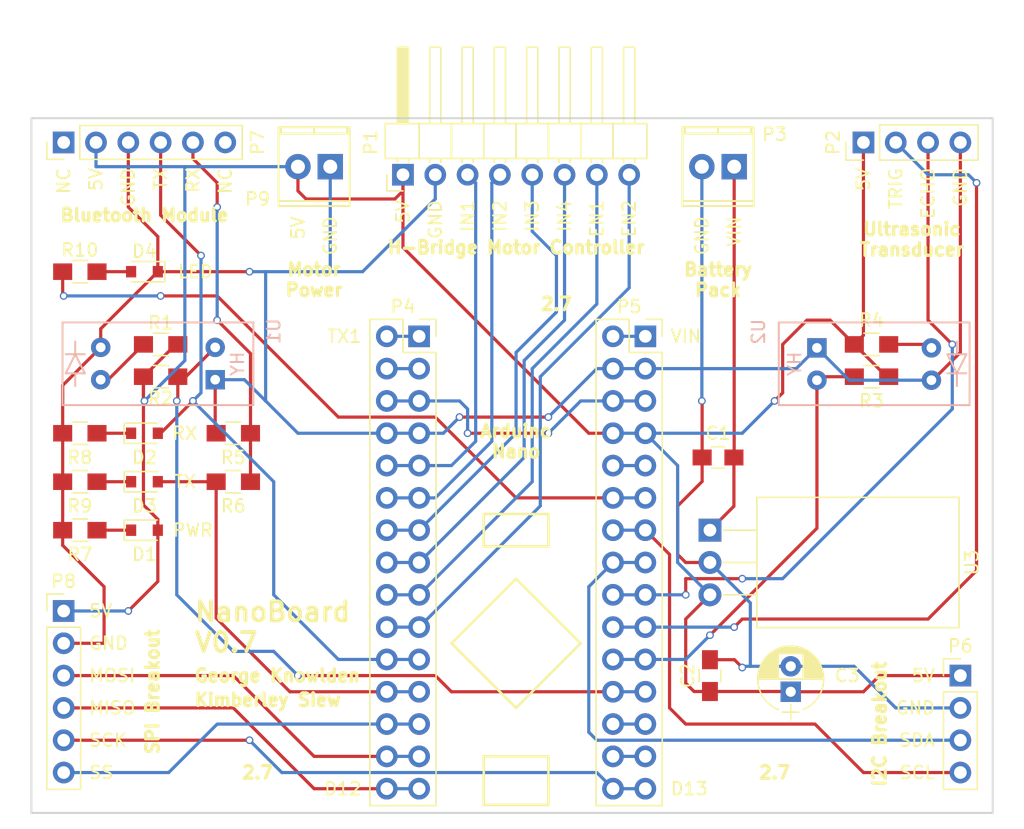
<source format=kicad_pcb>
(kicad_pcb (version 4) (host pcbnew 4.0.5)

  (general
    (links 99)
    (no_connects 0)
    (area 139.699047 72.54857 220.345953 138.025)
    (thickness 1.6)
    (drawings 72)
    (tracks 291)
    (zones 0)
    (modules 32)
    (nets 39)
  )

  (page A4)
  (layers
    (0 F.Cu signal)
    (31 B.Cu signal)
    (32 B.Adhes user)
    (33 F.Adhes user)
    (34 B.Paste user)
    (35 F.Paste user)
    (36 B.SilkS user)
    (37 F.SilkS user)
    (38 B.Mask user)
    (39 F.Mask user)
    (40 Dwgs.User user)
    (41 Cmts.User user)
    (42 Eco1.User user)
    (43 Eco2.User user)
    (44 Edge.Cuts user)
    (45 Margin user)
    (46 B.CrtYd user)
    (47 F.CrtYd user)
    (48 B.Fab user)
    (49 F.Fab user)
  )

  (setup
    (last_trace_width 0.25)
    (trace_clearance 0.2)
    (zone_clearance 0.508)
    (zone_45_only no)
    (trace_min 0.2)
    (segment_width 0.2)
    (edge_width 0.15)
    (via_size 0.6)
    (via_drill 0.4)
    (via_min_size 0.4)
    (via_min_drill 0.3)
    (uvia_size 0.3)
    (uvia_drill 0.1)
    (uvias_allowed no)
    (uvia_min_size 0.2)
    (uvia_min_drill 0.1)
    (pcb_text_width 0.3)
    (pcb_text_size 1.5 1.5)
    (mod_edge_width 0.15)
    (mod_text_size 1 1)
    (mod_text_width 0.15)
    (pad_size 2.7 2.7)
    (pad_drill 2.7)
    (pad_to_mask_clearance 0.2)
    (aux_axis_origin 0 0)
    (visible_elements 7FFEFFFF)
    (pcbplotparams
      (layerselection 0x3ffff_80000001)
      (usegerberextensions false)
      (excludeedgelayer true)
      (linewidth 0.100000)
      (plotframeref false)
      (viasonmask false)
      (mode 1)
      (useauxorigin false)
      (hpglpennumber 1)
      (hpglpenspeed 20)
      (hpglpendiameter 15)
      (hpglpenoverlay 2)
      (psnegative false)
      (psa4output false)
      (plotreference true)
      (plotvalue true)
      (plotinvisibletext false)
      (padsonsilk false)
      (subtractmaskfromsilk false)
      (outputformat 1)
      (mirror false)
      (drillshape 0)
      (scaleselection 1)
      (outputdirectory Gerbers/))
  )

  (net 0 "")
  (net 1 +5V)
  (net 2 GND)
  (net 3 /D2_IN1)
  (net 4 /D3_IN2)
  (net 5 /D4_IN3)
  (net 6 /D5_IN4)
  (net 7 /D6_EN1)
  (net 8 /D7_EN2)
  (net 9 /A2_UT_TRIG)
  (net 10 /A3_UT_ECHO)
  (net 11 /BAT)
  (net 12 /TX)
  (net 13 /RX)
  (net 14 /RST)
  (net 15 /D8_SS_RX)
  (net 16 /D9_SS_TX)
  (net 17 /D10_SS)
  (net 18 /D11_MOSI)
  (net 19 /D12_MISO)
  (net 20 /VIN)
  (net 21 /A7)
  (net 22 /A5_SCL)
  (net 23 /A4_SDA)
  (net 24 /A1_OPT_R)
  (net 25 /A0_OPT_L)
  (net 26 /REF)
  (net 27 /3V3)
  (net 28 /D13_SCK)
  (net 29 "Net-(P7-Pad1)")
  (net 30 "Net-(P7-Pad5)")
  (net 31 "Net-(P7-Pad6)")
  (net 32 "Net-(R1-Pad1)")
  (net 33 "Net-(R3-Pad1)")
  (net 34 "Net-(D1-Pad1)")
  (net 35 "Net-(D2-Pad1)")
  (net 36 "Net-(D3-Pad1)")
  (net 37 "Net-(D4-Pad2)")
  (net 38 /A6_LED)

  (net_class Default "This is the default net class."
    (clearance 0.2)
    (trace_width 0.25)
    (via_dia 0.6)
    (via_drill 0.4)
    (uvia_dia 0.3)
    (uvia_drill 0.1)
    (add_net +5V)
    (add_net /3V3)
    (add_net /A0_OPT_L)
    (add_net /A1_OPT_R)
    (add_net /A2_UT_TRIG)
    (add_net /A3_UT_ECHO)
    (add_net /A4_SDA)
    (add_net /A5_SCL)
    (add_net /A6_LED)
    (add_net /A7)
    (add_net /BAT)
    (add_net /D10_SS)
    (add_net /D11_MOSI)
    (add_net /D12_MISO)
    (add_net /D13_SCK)
    (add_net /D2_IN1)
    (add_net /D3_IN2)
    (add_net /D4_IN3)
    (add_net /D5_IN4)
    (add_net /D6_EN1)
    (add_net /D7_EN2)
    (add_net /D8_SS_RX)
    (add_net /D9_SS_TX)
    (add_net /REF)
    (add_net /RST)
    (add_net /RX)
    (add_net /TX)
    (add_net /VIN)
    (add_net GND)
    (add_net "Net-(D1-Pad1)")
    (add_net "Net-(D2-Pad1)")
    (add_net "Net-(D3-Pad1)")
    (add_net "Net-(D4-Pad2)")
    (add_net "Net-(P7-Pad1)")
    (add_net "Net-(P7-Pad5)")
    (add_net "Net-(P7-Pad6)")
    (add_net "Net-(R1-Pad1)")
    (add_net "Net-(R3-Pad1)")
  )

  (net_class Power ""
    (clearance 0.2)
    (trace_width 0.5)
    (via_dia 1)
    (via_drill 0.6)
    (uvia_dia 0.3)
    (uvia_drill 0.1)
  )

  (module Mounting_Holes:MountingHole_2.7mm (layer F.Cu) (tedit 58C947BF) (tstamp 58C945C0)
    (at 203.74 133.15)
    (descr "Mounting Hole 2.7mm, no annular")
    (tags "mounting hole 2.7mm no annular")
    (fp_text reference REF** (at 0 -3.7) (layer F.SilkS) hide
      (effects (font (size 1 1) (thickness 0.15)))
    )
    (fp_text value MountingHole_2.7mm (at 0 3.7) (layer F.Fab)
      (effects (font (size 1 1) (thickness 0.15)))
    )
    (fp_circle (center 0 0) (end 2.7 0) (layer Cmts.User) (width 0.15))
    (fp_circle (center 0 0) (end 2.95 0) (layer F.CrtYd) (width 0.05))
    (pad 1 np_thru_hole circle (at 0 0) (size 2.7 2.7) (drill 2.7) (layers *.Cu *.Mask))
  )

  (module Pin_Headers:Pin_Header_Straight_1x04_Pitch2.54mm (layer F.Cu) (tedit 5862ED52) (tstamp 58BC368B)
    (at 207.645 83.82 90)
    (descr "Through hole straight pin header, 1x04, 2.54mm pitch, single row")
    (tags "Through hole pin header THT 1x04 2.54mm single row")
    (path /58BC3344)
    (fp_text reference P2 (at 0 -2.39 90) (layer F.SilkS)
      (effects (font (size 1 1) (thickness 0.15)))
    )
    (fp_text value "Ultransonic Transducer" (at 0 10.01 90) (layer F.Fab)
      (effects (font (size 1 1) (thickness 0.15)))
    )
    (fp_line (start -1.27 -1.27) (end -1.27 8.89) (layer F.Fab) (width 0.1))
    (fp_line (start -1.27 8.89) (end 1.27 8.89) (layer F.Fab) (width 0.1))
    (fp_line (start 1.27 8.89) (end 1.27 -1.27) (layer F.Fab) (width 0.1))
    (fp_line (start 1.27 -1.27) (end -1.27 -1.27) (layer F.Fab) (width 0.1))
    (fp_line (start -1.39 1.27) (end -1.39 9.01) (layer F.SilkS) (width 0.12))
    (fp_line (start -1.39 9.01) (end 1.39 9.01) (layer F.SilkS) (width 0.12))
    (fp_line (start 1.39 9.01) (end 1.39 1.27) (layer F.SilkS) (width 0.12))
    (fp_line (start 1.39 1.27) (end -1.39 1.27) (layer F.SilkS) (width 0.12))
    (fp_line (start -1.39 0) (end -1.39 -1.39) (layer F.SilkS) (width 0.12))
    (fp_line (start -1.39 -1.39) (end 0 -1.39) (layer F.SilkS) (width 0.12))
    (fp_line (start -1.6 -1.6) (end -1.6 9.2) (layer F.CrtYd) (width 0.05))
    (fp_line (start -1.6 9.2) (end 1.6 9.2) (layer F.CrtYd) (width 0.05))
    (fp_line (start 1.6 9.2) (end 1.6 -1.6) (layer F.CrtYd) (width 0.05))
    (fp_line (start 1.6 -1.6) (end -1.6 -1.6) (layer F.CrtYd) (width 0.05))
    (pad 1 thru_hole rect (at 0 0 90) (size 1.7 1.7) (drill 1) (layers *.Cu *.Mask)
      (net 1 +5V))
    (pad 2 thru_hole oval (at 0 2.54 90) (size 1.7 1.7) (drill 1) (layers *.Cu *.Mask)
      (net 9 /A2_UT_TRIG))
    (pad 3 thru_hole oval (at 0 5.08 90) (size 1.7 1.7) (drill 1) (layers *.Cu *.Mask)
      (net 10 /A3_UT_ECHO))
    (pad 4 thru_hole oval (at 0 7.62 90) (size 1.7 1.7) (drill 1) (layers *.Cu *.Mask)
      (net 2 GND))
    (model Pin_Headers.3dshapes/Pin_Header_Straight_1x04.wrl
      (at (xyz 0 -0.15 0))
      (scale (xyz 1 1 1))
      (rotate (xyz 0 0 90))
    )
  )

  (module Resistors_SMD:R_0805_HandSoldering (layer F.Cu) (tedit 58AADA1D) (tstamp 58BC36D9)
    (at 152.4 99.695)
    (descr "Resistor SMD 0805, hand soldering")
    (tags "resistor 0805")
    (path /58BC1262)
    (attr smd)
    (fp_text reference R1 (at 0 -1.7) (layer F.SilkS)
      (effects (font (size 1 1) (thickness 0.15)))
    )
    (fp_text value 220R (at 0 1.75) (layer F.Fab)
      (effects (font (size 1 1) (thickness 0.15)))
    )
    (fp_text user %R (at 0 -1.7) (layer F.Fab)
      (effects (font (size 1 1) (thickness 0.15)))
    )
    (fp_line (start -1 0.62) (end -1 -0.62) (layer F.Fab) (width 0.1))
    (fp_line (start 1 0.62) (end -1 0.62) (layer F.Fab) (width 0.1))
    (fp_line (start 1 -0.62) (end 1 0.62) (layer F.Fab) (width 0.1))
    (fp_line (start -1 -0.62) (end 1 -0.62) (layer F.Fab) (width 0.1))
    (fp_line (start 0.6 0.88) (end -0.6 0.88) (layer F.SilkS) (width 0.12))
    (fp_line (start -0.6 -0.88) (end 0.6 -0.88) (layer F.SilkS) (width 0.12))
    (fp_line (start -2.35 -0.9) (end 2.35 -0.9) (layer F.CrtYd) (width 0.05))
    (fp_line (start -2.35 -0.9) (end -2.35 0.9) (layer F.CrtYd) (width 0.05))
    (fp_line (start 2.35 0.9) (end 2.35 -0.9) (layer F.CrtYd) (width 0.05))
    (fp_line (start 2.35 0.9) (end -2.35 0.9) (layer F.CrtYd) (width 0.05))
    (pad 1 smd rect (at -1.35 0) (size 1.5 1.3) (layers F.Cu F.Paste F.Mask)
      (net 32 "Net-(R1-Pad1)"))
    (pad 2 smd rect (at 1.35 0) (size 1.5 1.3) (layers F.Cu F.Paste F.Mask)
      (net 1 +5V))
    (model Resistors_SMD.3dshapes/R_0805.wrl
      (at (xyz 0 0 0))
      (scale (xyz 1 1 1))
      (rotate (xyz 0 0 0))
    )
  )

  (module Resistors_SMD:R_0805_HandSoldering (layer F.Cu) (tedit 58AADA1D) (tstamp 58BC36DF)
    (at 152.4 102.235 180)
    (descr "Resistor SMD 0805, hand soldering")
    (tags "resistor 0805")
    (path /58BC1268)
    (attr smd)
    (fp_text reference R2 (at 0 -1.7 180) (layer F.SilkS)
      (effects (font (size 1 1) (thickness 0.15)))
    )
    (fp_text value 1k (at 0 1.75 180) (layer F.Fab)
      (effects (font (size 1 1) (thickness 0.15)))
    )
    (fp_text user %R (at 0 -1.7 180) (layer F.Fab)
      (effects (font (size 1 1) (thickness 0.15)))
    )
    (fp_line (start -1 0.62) (end -1 -0.62) (layer F.Fab) (width 0.1))
    (fp_line (start 1 0.62) (end -1 0.62) (layer F.Fab) (width 0.1))
    (fp_line (start 1 -0.62) (end 1 0.62) (layer F.Fab) (width 0.1))
    (fp_line (start -1 -0.62) (end 1 -0.62) (layer F.Fab) (width 0.1))
    (fp_line (start 0.6 0.88) (end -0.6 0.88) (layer F.SilkS) (width 0.12))
    (fp_line (start -0.6 -0.88) (end 0.6 -0.88) (layer F.SilkS) (width 0.12))
    (fp_line (start -2.35 -0.9) (end 2.35 -0.9) (layer F.CrtYd) (width 0.05))
    (fp_line (start -2.35 -0.9) (end -2.35 0.9) (layer F.CrtYd) (width 0.05))
    (fp_line (start 2.35 0.9) (end 2.35 -0.9) (layer F.CrtYd) (width 0.05))
    (fp_line (start 2.35 0.9) (end -2.35 0.9) (layer F.CrtYd) (width 0.05))
    (pad 1 smd rect (at -1.35 0 180) (size 1.5 1.3) (layers F.Cu F.Paste F.Mask)
      (net 25 /A0_OPT_L))
    (pad 2 smd rect (at 1.35 0 180) (size 1.5 1.3) (layers F.Cu F.Paste F.Mask)
      (net 1 +5V))
    (model Resistors_SMD.3dshapes/R_0805.wrl
      (at (xyz 0 0 0))
      (scale (xyz 1 1 1))
      (rotate (xyz 0 0 0))
    )
  )

  (module Resistors_SMD:R_0805_HandSoldering (layer F.Cu) (tedit 58C6AED7) (tstamp 58BC36E5)
    (at 208.28 99.695 180)
    (descr "Resistor SMD 0805, hand soldering")
    (tags "resistor 0805")
    (path /58BC15BA)
    (attr smd)
    (fp_text reference R3 (at 0 -4.445 180) (layer F.SilkS)
      (effects (font (size 1 1) (thickness 0.15)))
    )
    (fp_text value 220R (at 0 1.75 180) (layer F.Fab)
      (effects (font (size 1 1) (thickness 0.15)))
    )
    (fp_text user %R (at 0 -4.445 180) (layer F.Fab)
      (effects (font (size 1 1) (thickness 0.15)))
    )
    (fp_line (start -1 0.62) (end -1 -0.62) (layer F.Fab) (width 0.1))
    (fp_line (start 1 0.62) (end -1 0.62) (layer F.Fab) (width 0.1))
    (fp_line (start 1 -0.62) (end 1 0.62) (layer F.Fab) (width 0.1))
    (fp_line (start -1 -0.62) (end 1 -0.62) (layer F.Fab) (width 0.1))
    (fp_line (start 0.6 0.88) (end -0.6 0.88) (layer F.SilkS) (width 0.12))
    (fp_line (start -0.6 -0.88) (end 0.6 -0.88) (layer F.SilkS) (width 0.12))
    (fp_line (start -2.35 -0.9) (end 2.35 -0.9) (layer F.CrtYd) (width 0.05))
    (fp_line (start -2.35 -0.9) (end -2.35 0.9) (layer F.CrtYd) (width 0.05))
    (fp_line (start 2.35 0.9) (end 2.35 -0.9) (layer F.CrtYd) (width 0.05))
    (fp_line (start 2.35 0.9) (end -2.35 0.9) (layer F.CrtYd) (width 0.05))
    (pad 1 smd rect (at -1.35 0 180) (size 1.5 1.3) (layers F.Cu F.Paste F.Mask)
      (net 33 "Net-(R3-Pad1)"))
    (pad 2 smd rect (at 1.35 0 180) (size 1.5 1.3) (layers F.Cu F.Paste F.Mask)
      (net 1 +5V))
    (model Resistors_SMD.3dshapes/R_0805.wrl
      (at (xyz 0 0 0))
      (scale (xyz 1 1 1))
      (rotate (xyz 0 0 0))
    )
  )

  (module Resistors_SMD:R_0805_HandSoldering (layer F.Cu) (tedit 58C6AEDB) (tstamp 58BC36EB)
    (at 208.28 102.235)
    (descr "Resistor SMD 0805, hand soldering")
    (tags "resistor 0805")
    (path /58BC15C0)
    (attr smd)
    (fp_text reference R4 (at 0 -4.445) (layer F.SilkS)
      (effects (font (size 1 1) (thickness 0.15)))
    )
    (fp_text value 1k (at 0 1.75) (layer F.Fab)
      (effects (font (size 1 1) (thickness 0.15)))
    )
    (fp_text user %R (at 0 -4.445) (layer F.Fab)
      (effects (font (size 1 1) (thickness 0.15)))
    )
    (fp_line (start -1 0.62) (end -1 -0.62) (layer F.Fab) (width 0.1))
    (fp_line (start 1 0.62) (end -1 0.62) (layer F.Fab) (width 0.1))
    (fp_line (start 1 -0.62) (end 1 0.62) (layer F.Fab) (width 0.1))
    (fp_line (start -1 -0.62) (end 1 -0.62) (layer F.Fab) (width 0.1))
    (fp_line (start 0.6 0.88) (end -0.6 0.88) (layer F.SilkS) (width 0.12))
    (fp_line (start -0.6 -0.88) (end 0.6 -0.88) (layer F.SilkS) (width 0.12))
    (fp_line (start -2.35 -0.9) (end 2.35 -0.9) (layer F.CrtYd) (width 0.05))
    (fp_line (start -2.35 -0.9) (end -2.35 0.9) (layer F.CrtYd) (width 0.05))
    (fp_line (start 2.35 0.9) (end 2.35 -0.9) (layer F.CrtYd) (width 0.05))
    (fp_line (start 2.35 0.9) (end -2.35 0.9) (layer F.CrtYd) (width 0.05))
    (pad 1 smd rect (at -1.35 0) (size 1.5 1.3) (layers F.Cu F.Paste F.Mask)
      (net 24 /A1_OPT_R))
    (pad 2 smd rect (at 1.35 0) (size 1.5 1.3) (layers F.Cu F.Paste F.Mask)
      (net 1 +5V))
    (model Resistors_SMD.3dshapes/R_0805.wrl
      (at (xyz 0 0 0))
      (scale (xyz 1 1 1))
      (rotate (xyz 0 0 0))
    )
  )

  (module Resistors_SMD:R_0805_HandSoldering (layer F.Cu) (tedit 58C6AF6E) (tstamp 58BC36F1)
    (at 158.115 106.68)
    (descr "Resistor SMD 0805, hand soldering")
    (tags "resistor 0805")
    (path /58BC2724)
    (attr smd)
    (fp_text reference R5 (at 0 1.905) (layer F.SilkS)
      (effects (font (size 1 1) (thickness 0.15)))
    )
    (fp_text value 2.2k (at 0 1.75) (layer F.Fab)
      (effects (font (size 1 1) (thickness 0.15)))
    )
    (fp_text user %R (at 0 1.905) (layer F.Fab)
      (effects (font (size 1 1) (thickness 0.15)))
    )
    (fp_line (start -1 0.62) (end -1 -0.62) (layer F.Fab) (width 0.1))
    (fp_line (start 1 0.62) (end -1 0.62) (layer F.Fab) (width 0.1))
    (fp_line (start 1 -0.62) (end 1 0.62) (layer F.Fab) (width 0.1))
    (fp_line (start -1 -0.62) (end 1 -0.62) (layer F.Fab) (width 0.1))
    (fp_line (start 0.6 0.88) (end -0.6 0.88) (layer F.SilkS) (width 0.12))
    (fp_line (start -0.6 -0.88) (end 0.6 -0.88) (layer F.SilkS) (width 0.12))
    (fp_line (start -2.35 -0.9) (end 2.35 -0.9) (layer F.CrtYd) (width 0.05))
    (fp_line (start -2.35 -0.9) (end -2.35 0.9) (layer F.CrtYd) (width 0.05))
    (fp_line (start 2.35 0.9) (end 2.35 -0.9) (layer F.CrtYd) (width 0.05))
    (fp_line (start 2.35 0.9) (end -2.35 0.9) (layer F.CrtYd) (width 0.05))
    (pad 1 smd rect (at -1.35 0) (size 1.5 1.3) (layers F.Cu F.Paste F.Mask)
      (net 2 GND))
    (pad 2 smd rect (at 1.35 0) (size 1.5 1.3) (layers F.Cu F.Paste F.Mask)
      (net 30 "Net-(P7-Pad5)"))
    (model Resistors_SMD.3dshapes/R_0805.wrl
      (at (xyz 0 0 0))
      (scale (xyz 1 1 1))
      (rotate (xyz 0 0 0))
    )
  )

  (module Resistors_SMD:R_0805_HandSoldering (layer F.Cu) (tedit 58C6AF76) (tstamp 58BC36F7)
    (at 158.115 110.49 180)
    (descr "Resistor SMD 0805, hand soldering")
    (tags "resistor 0805")
    (path /58BC244A)
    (attr smd)
    (fp_text reference R6 (at 0 -1.905 180) (layer F.SilkS)
      (effects (font (size 1 1) (thickness 0.15)))
    )
    (fp_text value 1k (at 0 1.75 180) (layer F.Fab)
      (effects (font (size 1 1) (thickness 0.15)))
    )
    (fp_text user %R (at 0 -1.905 180) (layer F.Fab)
      (effects (font (size 1 1) (thickness 0.15)))
    )
    (fp_line (start -1 0.62) (end -1 -0.62) (layer F.Fab) (width 0.1))
    (fp_line (start 1 0.62) (end -1 0.62) (layer F.Fab) (width 0.1))
    (fp_line (start 1 -0.62) (end 1 0.62) (layer F.Fab) (width 0.1))
    (fp_line (start -1 -0.62) (end 1 -0.62) (layer F.Fab) (width 0.1))
    (fp_line (start 0.6 0.88) (end -0.6 0.88) (layer F.SilkS) (width 0.12))
    (fp_line (start -0.6 -0.88) (end 0.6 -0.88) (layer F.SilkS) (width 0.12))
    (fp_line (start -2.35 -0.9) (end 2.35 -0.9) (layer F.CrtYd) (width 0.05))
    (fp_line (start -2.35 -0.9) (end -2.35 0.9) (layer F.CrtYd) (width 0.05))
    (fp_line (start 2.35 0.9) (end 2.35 -0.9) (layer F.CrtYd) (width 0.05))
    (fp_line (start 2.35 0.9) (end -2.35 0.9) (layer F.CrtYd) (width 0.05))
    (pad 1 smd rect (at -1.35 0 180) (size 1.5 1.3) (layers F.Cu F.Paste F.Mask)
      (net 30 "Net-(P7-Pad5)"))
    (pad 2 smd rect (at 1.35 0 180) (size 1.5 1.3) (layers F.Cu F.Paste F.Mask)
      (net 16 /D9_SS_TX))
    (model Resistors_SMD.3dshapes/R_0805.wrl
      (at (xyz 0 0 0))
      (scale (xyz 1 1 1))
      (rotate (xyz 0 0 0))
    )
  )

  (module My_Footprints:LTH-301-07 (layer B.Cu) (tedit 58C6AF1C) (tstamp 58BC36FF)
    (at 156.69 102.47 90)
    (path /58BC125C)
    (fp_text reference U1 (at 3.81 4.6 90) (layer B.SilkS)
      (effects (font (size 1 1) (thickness 0.15)) (justify mirror))
    )
    (fp_text value "Left Optocoupler" (at 1.25 4.25 90) (layer B.Fab)
      (effects (font (size 1 1) (thickness 0.15)) (justify mirror))
    )
    (fp_text user HY (at 1.25 1.75 90) (layer B.SilkS)
      (effects (font (size 1 1) (thickness 0.15)) (justify mirror))
    )
    (fp_line (start 2 -11.75) (end 2 -10.25) (layer B.SilkS) (width 0.15))
    (fp_line (start 0.5 -10.25) (end 2 -11) (layer B.SilkS) (width 0.15))
    (fp_line (start 0.5 -10.25) (end 0.5 -11.75) (layer B.SilkS) (width 0.15))
    (fp_line (start 0.5 -11.75) (end 2 -11) (layer B.SilkS) (width 0.15))
    (fp_line (start 0.5 -11) (end -0.5 -11) (layer B.SilkS) (width 0.15))
    (fp_line (start 2 -11) (end 3 -11) (layer B.SilkS) (width 0.15))
    (fp_line (start 4 3) (end 4.5 3) (layer B.SilkS) (width 0.15))
    (fp_line (start 4.5 3) (end 4.5 -12) (layer B.SilkS) (width 0.15))
    (fp_line (start 4.5 -12) (end 4 -12) (layer B.SilkS) (width 0.15))
    (fp_line (start 0 -12) (end 4 -12) (layer B.SilkS) (width 0.15))
    (fp_line (start 0 3) (end 4 3) (layer B.SilkS) (width 0.15))
    (fp_line (start -1 3) (end -2 3) (layer B.SilkS) (width 0.15))
    (fp_line (start -2 3) (end -2 -12) (layer B.SilkS) (width 0.15))
    (fp_line (start -2 -12) (end -1 -12) (layer B.SilkS) (width 0.15))
    (fp_line (start 0 -12) (end -1 -12) (layer B.SilkS) (width 0.15))
    (fp_line (start 0 3) (end -1 3) (layer B.SilkS) (width 0.15))
    (pad 15 thru_hole rect (at 0 0 90) (size 1.524 1.524) (drill 0.762) (layers *.Cu *.Mask)
      (net 2 GND))
    (pad 16 thru_hole circle (at 2.54 0 90) (size 1.524 1.524) (drill 0.762) (layers *.Cu *.Mask)
      (net 25 /A0_OPT_L))
    (pad 1 thru_hole circle (at 0 -9 90) (size 1.524 1.524) (drill 0.762) (layers *.Cu *.Mask)
      (net 32 "Net-(R1-Pad1)"))
    (pad 2 thru_hole circle (at 2.54 -9 90) (size 1.524 1.524) (drill 0.762) (layers *.Cu *.Mask)
      (net 2 GND))
  )

  (module My_Footprints:LTH-301-07 (layer B.Cu) (tedit 58C6AF20) (tstamp 58BC3707)
    (at 203.99 99.97 270)
    (path /58BC15B4)
    (fp_text reference U2 (at -1.27 4.6 270) (layer B.SilkS)
      (effects (font (size 1 1) (thickness 0.15)) (justify mirror))
    )
    (fp_text value "Right Optocoupler" (at 1.25 4.25 270) (layer B.Fab)
      (effects (font (size 1 1) (thickness 0.15)) (justify mirror))
    )
    (fp_text user HY (at 1.25 1.75 270) (layer B.SilkS)
      (effects (font (size 1 1) (thickness 0.15)) (justify mirror))
    )
    (fp_line (start 2 -11.75) (end 2 -10.25) (layer B.SilkS) (width 0.15))
    (fp_line (start 0.5 -10.25) (end 2 -11) (layer B.SilkS) (width 0.15))
    (fp_line (start 0.5 -10.25) (end 0.5 -11.75) (layer B.SilkS) (width 0.15))
    (fp_line (start 0.5 -11.75) (end 2 -11) (layer B.SilkS) (width 0.15))
    (fp_line (start 0.5 -11) (end -0.5 -11) (layer B.SilkS) (width 0.15))
    (fp_line (start 2 -11) (end 3 -11) (layer B.SilkS) (width 0.15))
    (fp_line (start 4 3) (end 4.5 3) (layer B.SilkS) (width 0.15))
    (fp_line (start 4.5 3) (end 4.5 -12) (layer B.SilkS) (width 0.15))
    (fp_line (start 4.5 -12) (end 4 -12) (layer B.SilkS) (width 0.15))
    (fp_line (start 0 -12) (end 4 -12) (layer B.SilkS) (width 0.15))
    (fp_line (start 0 3) (end 4 3) (layer B.SilkS) (width 0.15))
    (fp_line (start -1 3) (end -2 3) (layer B.SilkS) (width 0.15))
    (fp_line (start -2 3) (end -2 -12) (layer B.SilkS) (width 0.15))
    (fp_line (start -2 -12) (end -1 -12) (layer B.SilkS) (width 0.15))
    (fp_line (start 0 -12) (end -1 -12) (layer B.SilkS) (width 0.15))
    (fp_line (start 0 3) (end -1 3) (layer B.SilkS) (width 0.15))
    (pad 15 thru_hole rect (at 0 0 270) (size 1.524 1.524) (drill 0.762) (layers *.Cu *.Mask)
      (net 2 GND))
    (pad 16 thru_hole circle (at 2.54 0 270) (size 1.524 1.524) (drill 0.762) (layers *.Cu *.Mask)
      (net 24 /A1_OPT_R))
    (pad 1 thru_hole circle (at 0 -9 270) (size 1.524 1.524) (drill 0.762) (layers *.Cu *.Mask)
      (net 33 "Net-(R3-Pad1)"))
    (pad 2 thru_hole circle (at 2.54 -9 270) (size 1.524 1.524) (drill 0.762) (layers *.Cu *.Mask)
      (net 2 GND))
  )

  (module My_Footprints:TO-220_Horizontal_FIXED (layer F.Cu) (tedit 58BC32D3) (tstamp 58BC3727)
    (at 195.58 114.3 270)
    (descr "TO-220, Horizontal, RM 2.54mm")
    (tags "TO-220 Horizontal RM 2.54mm")
    (path /58BD198C)
    (fp_text reference U3 (at 2.54 -20.58 270) (layer F.SilkS)
      (effects (font (size 1 1) (thickness 0.15)))
    )
    (fp_text value 7805 (at 2.54 1.9 270) (layer F.Fab)
      (effects (font (size 1 1) (thickness 0.15)))
    )
    (fp_circle (center 2.54 -16.66) (end 4.39 -16.66) (layer F.Fab) (width 0.1))
    (fp_line (start -2.46 -13.06) (end -2.46 -19.46) (layer F.Fab) (width 0.1))
    (fp_line (start -2.46 -19.46) (end 7.54 -19.46) (layer F.Fab) (width 0.1))
    (fp_line (start 7.54 -19.46) (end 7.54 -13.06) (layer F.Fab) (width 0.1))
    (fp_line (start 7.54 -13.06) (end -2.46 -13.06) (layer F.Fab) (width 0.1))
    (fp_line (start -2.46 -3.81) (end -2.46 -13.06) (layer F.Fab) (width 0.1))
    (fp_line (start -2.46 -13.06) (end 7.54 -13.06) (layer F.Fab) (width 0.1))
    (fp_line (start 7.54 -13.06) (end 7.54 -3.81) (layer F.Fab) (width 0.1))
    (fp_line (start 7.54 -3.81) (end -2.46 -3.81) (layer F.Fab) (width 0.1))
    (fp_line (start 0 -3.81) (end 0 0) (layer F.Fab) (width 0.1))
    (fp_line (start 2.54 -3.81) (end 2.54 0) (layer F.Fab) (width 0.1))
    (fp_line (start 5.08 -3.81) (end 5.08 0) (layer F.Fab) (width 0.1))
    (fp_line (start -2.58 -3.69) (end 7.66 -3.69) (layer F.SilkS) (width 0.12))
    (fp_line (start -2.58 -19.58) (end 7.66 -19.58) (layer F.SilkS) (width 0.12))
    (fp_line (start -2.58 -19.58) (end -2.58 -3.69) (layer F.SilkS) (width 0.12))
    (fp_line (start 7.66 -19.58) (end 7.66 -3.69) (layer F.SilkS) (width 0.12))
    (fp_line (start 0 -3.69) (end 0 -1.05) (layer F.SilkS) (width 0.12))
    (fp_line (start 2.54 -3.69) (end 2.54 -1.066) (layer F.SilkS) (width 0.12))
    (fp_line (start 5.08 -3.69) (end 5.08 -1.066) (layer F.SilkS) (width 0.12))
    (fp_line (start -2.71 -19.71) (end -2.71 1.15) (layer F.CrtYd) (width 0.05))
    (fp_line (start -2.71 1.15) (end 7.79 1.15) (layer F.CrtYd) (width 0.05))
    (fp_line (start 7.79 1.15) (end 7.79 -19.71) (layer F.CrtYd) (width 0.05))
    (fp_line (start 7.79 -19.71) (end -2.71 -19.71) (layer F.CrtYd) (width 0.05))
    (fp_text user %R (at 2.54 -20.58 270) (layer F.Fab)
      (effects (font (size 1 1) (thickness 0.15)))
    )
    (pad None np_thru_hole oval (at 2.54 -16.66 270) (size 3.5 3.5) (drill 3.5) (layers *.Cu *.Mask))
    (pad VI thru_hole rect (at 0 0 270) (size 1.8 1.8) (drill 1) (layers *.Cu *.Mask)
      (net 11 /BAT))
    (pad GND thru_hole oval (at 2.54 0 270) (size 1.8 1.8) (drill 1) (layers *.Cu *.Mask)
      (net 2 GND))
    (pad VO thru_hole oval (at 5.08 0 270) (size 1.8 1.8) (drill 1) (layers *.Cu *.Mask)
      (net 1 +5V))
    (model TO_SOT_Packages_THT.3dshapes/TO-220_Neutral123_Horizontal.wrl
      (at (xyz 0.1 0 0))
      (scale (xyz 0.4 0.4 0.4))
      (rotate (xyz 0 0 0))
    )
  )

  (module Diodes_SMD:D_0805 (layer F.Cu) (tedit 58CA16E8) (tstamp 58C11A35)
    (at 151.13 114.3)
    (descr "Diode SMD in 0805 package")
    (tags "smd diode")
    (path /58C12C09)
    (attr smd)
    (fp_text reference D1 (at 0 1.905) (layer F.SilkS)
      (effects (font (size 1 1) (thickness 0.15)))
    )
    (fp_text value PWR (at 0 -1.6) (layer F.Fab)
      (effects (font (size 1 1) (thickness 0.15)))
    )
    (fp_line (start -1.6 -0.8) (end -1.6 0.8) (layer F.SilkS) (width 0.12))
    (fp_line (start -1.7 0.88) (end -1.7 -0.88) (layer F.CrtYd) (width 0.05))
    (fp_line (start 1.7 0.88) (end -1.7 0.88) (layer F.CrtYd) (width 0.05))
    (fp_line (start 1.7 -0.88) (end 1.7 0.88) (layer F.CrtYd) (width 0.05))
    (fp_line (start -1.7 -0.88) (end 1.7 -0.88) (layer F.CrtYd) (width 0.05))
    (fp_line (start 0.2 0) (end 0.4 0) (layer F.Fab) (width 0.1))
    (fp_line (start -0.1 0) (end -0.3 0) (layer F.Fab) (width 0.1))
    (fp_line (start -0.1 -0.2) (end -0.1 0.2) (layer F.Fab) (width 0.1))
    (fp_line (start 0.2 0.2) (end 0.2 -0.2) (layer F.Fab) (width 0.1))
    (fp_line (start -0.1 0) (end 0.2 0.2) (layer F.Fab) (width 0.1))
    (fp_line (start 0.2 -0.2) (end -0.1 0) (layer F.Fab) (width 0.1))
    (fp_line (start -1 0.625) (end -1 -0.625) (layer F.Fab) (width 0.1))
    (fp_line (start 1 0.625) (end -1 0.625) (layer F.Fab) (width 0.1))
    (fp_line (start 1 -0.625) (end 1 0.625) (layer F.Fab) (width 0.1))
    (fp_line (start -1 -0.625) (end 1 -0.625) (layer F.Fab) (width 0.1))
    (fp_line (start -1.6 0.8) (end 1 0.8) (layer F.SilkS) (width 0.12))
    (fp_line (start -1.6 -0.8) (end 1 -0.8) (layer F.SilkS) (width 0.12))
    (pad 1 smd rect (at -1.05 0) (size 0.8 0.9) (layers F.Cu F.Paste F.Mask)
      (net 34 "Net-(D1-Pad1)"))
    (pad 2 smd rect (at 1.05 0) (size 0.8 0.9) (layers F.Cu F.Paste F.Mask)
      (net 1 +5V))
    (model LEDs.3dshapes/LED_0805.wrl
      (at (xyz 0 0 0))
      (scale (xyz 1 1 1))
      (rotate (xyz 0 0 0))
    )
  )

  (module Diodes_SMD:D_0805 (layer F.Cu) (tedit 58C6AF70) (tstamp 58C11A3B)
    (at 151.13 106.68)
    (descr "Diode SMD in 0805 package")
    (tags "smd diode")
    (path /58C11B90)
    (attr smd)
    (fp_text reference D2 (at 0 1.905) (layer F.SilkS)
      (effects (font (size 1 1) (thickness 0.15)))
    )
    (fp_text value RX (at 0 -1.6) (layer F.Fab)
      (effects (font (size 1 1) (thickness 0.15)))
    )
    (fp_line (start -1.6 -0.8) (end -1.6 0.8) (layer F.SilkS) (width 0.12))
    (fp_line (start -1.7 0.88) (end -1.7 -0.88) (layer F.CrtYd) (width 0.05))
    (fp_line (start 1.7 0.88) (end -1.7 0.88) (layer F.CrtYd) (width 0.05))
    (fp_line (start 1.7 -0.88) (end 1.7 0.88) (layer F.CrtYd) (width 0.05))
    (fp_line (start -1.7 -0.88) (end 1.7 -0.88) (layer F.CrtYd) (width 0.05))
    (fp_line (start 0.2 0) (end 0.4 0) (layer F.Fab) (width 0.1))
    (fp_line (start -0.1 0) (end -0.3 0) (layer F.Fab) (width 0.1))
    (fp_line (start -0.1 -0.2) (end -0.1 0.2) (layer F.Fab) (width 0.1))
    (fp_line (start 0.2 0.2) (end 0.2 -0.2) (layer F.Fab) (width 0.1))
    (fp_line (start -0.1 0) (end 0.2 0.2) (layer F.Fab) (width 0.1))
    (fp_line (start 0.2 -0.2) (end -0.1 0) (layer F.Fab) (width 0.1))
    (fp_line (start -1 0.625) (end -1 -0.625) (layer F.Fab) (width 0.1))
    (fp_line (start 1 0.625) (end -1 0.625) (layer F.Fab) (width 0.1))
    (fp_line (start 1 -0.625) (end 1 0.625) (layer F.Fab) (width 0.1))
    (fp_line (start -1 -0.625) (end 1 -0.625) (layer F.Fab) (width 0.1))
    (fp_line (start -1.6 0.8) (end 1 0.8) (layer F.SilkS) (width 0.12))
    (fp_line (start -1.6 -0.8) (end 1 -0.8) (layer F.SilkS) (width 0.12))
    (pad 1 smd rect (at -1.05 0) (size 0.8 0.9) (layers F.Cu F.Paste F.Mask)
      (net 35 "Net-(D2-Pad1)"))
    (pad 2 smd rect (at 1.05 0) (size 0.8 0.9) (layers F.Cu F.Paste F.Mask)
      (net 15 /D8_SS_RX))
    (model LEDs.3dshapes/LED_0805.wrl
      (at (xyz 0 0 0))
      (scale (xyz 1 1 1))
      (rotate (xyz 0 0 0))
    )
  )

  (module Diodes_SMD:D_0805 (layer F.Cu) (tedit 58C6AF71) (tstamp 58C11A41)
    (at 151.13 110.49)
    (descr "Diode SMD in 0805 package")
    (tags "smd diode")
    (path /58C1109A)
    (attr smd)
    (fp_text reference D3 (at 0 1.905) (layer F.SilkS)
      (effects (font (size 1 1) (thickness 0.15)))
    )
    (fp_text value TX (at 0 -1.6) (layer F.Fab)
      (effects (font (size 1 1) (thickness 0.15)))
    )
    (fp_line (start -1.6 -0.8) (end -1.6 0.8) (layer F.SilkS) (width 0.12))
    (fp_line (start -1.7 0.88) (end -1.7 -0.88) (layer F.CrtYd) (width 0.05))
    (fp_line (start 1.7 0.88) (end -1.7 0.88) (layer F.CrtYd) (width 0.05))
    (fp_line (start 1.7 -0.88) (end 1.7 0.88) (layer F.CrtYd) (width 0.05))
    (fp_line (start -1.7 -0.88) (end 1.7 -0.88) (layer F.CrtYd) (width 0.05))
    (fp_line (start 0.2 0) (end 0.4 0) (layer F.Fab) (width 0.1))
    (fp_line (start -0.1 0) (end -0.3 0) (layer F.Fab) (width 0.1))
    (fp_line (start -0.1 -0.2) (end -0.1 0.2) (layer F.Fab) (width 0.1))
    (fp_line (start 0.2 0.2) (end 0.2 -0.2) (layer F.Fab) (width 0.1))
    (fp_line (start -0.1 0) (end 0.2 0.2) (layer F.Fab) (width 0.1))
    (fp_line (start 0.2 -0.2) (end -0.1 0) (layer F.Fab) (width 0.1))
    (fp_line (start -1 0.625) (end -1 -0.625) (layer F.Fab) (width 0.1))
    (fp_line (start 1 0.625) (end -1 0.625) (layer F.Fab) (width 0.1))
    (fp_line (start 1 -0.625) (end 1 0.625) (layer F.Fab) (width 0.1))
    (fp_line (start -1 -0.625) (end 1 -0.625) (layer F.Fab) (width 0.1))
    (fp_line (start -1.6 0.8) (end 1 0.8) (layer F.SilkS) (width 0.12))
    (fp_line (start -1.6 -0.8) (end 1 -0.8) (layer F.SilkS) (width 0.12))
    (pad 1 smd rect (at -1.05 0) (size 0.8 0.9) (layers F.Cu F.Paste F.Mask)
      (net 36 "Net-(D3-Pad1)"))
    (pad 2 smd rect (at 1.05 0) (size 0.8 0.9) (layers F.Cu F.Paste F.Mask)
      (net 16 /D9_SS_TX))
    (model LEDs.3dshapes/LED_0805.wrl
      (at (xyz 0 0 0))
      (scale (xyz 1 1 1))
      (rotate (xyz 0 0 0))
    )
  )

  (module Resistors_SMD:R_0805_HandSoldering (layer F.Cu) (tedit 58CA16ED) (tstamp 58C11A66)
    (at 146.05 114.3)
    (descr "Resistor SMD 0805, hand soldering")
    (tags "resistor 0805")
    (path /58C12C0F)
    (attr smd)
    (fp_text reference R7 (at 0 1.905) (layer F.SilkS)
      (effects (font (size 1 1) (thickness 0.15)))
    )
    (fp_text value 220R (at 0 1.75) (layer F.Fab)
      (effects (font (size 1 1) (thickness 0.15)))
    )
    (fp_text user %R (at 0 1.905) (layer F.Fab)
      (effects (font (size 1 1) (thickness 0.15)))
    )
    (fp_line (start -1 0.62) (end -1 -0.62) (layer F.Fab) (width 0.1))
    (fp_line (start 1 0.62) (end -1 0.62) (layer F.Fab) (width 0.1))
    (fp_line (start 1 -0.62) (end 1 0.62) (layer F.Fab) (width 0.1))
    (fp_line (start -1 -0.62) (end 1 -0.62) (layer F.Fab) (width 0.1))
    (fp_line (start 0.6 0.88) (end -0.6 0.88) (layer F.SilkS) (width 0.12))
    (fp_line (start -0.6 -0.88) (end 0.6 -0.88) (layer F.SilkS) (width 0.12))
    (fp_line (start -2.35 -0.9) (end 2.35 -0.9) (layer F.CrtYd) (width 0.05))
    (fp_line (start -2.35 -0.9) (end -2.35 0.9) (layer F.CrtYd) (width 0.05))
    (fp_line (start 2.35 0.9) (end 2.35 -0.9) (layer F.CrtYd) (width 0.05))
    (fp_line (start 2.35 0.9) (end -2.35 0.9) (layer F.CrtYd) (width 0.05))
    (pad 1 smd rect (at -1.35 0) (size 1.5 1.3) (layers F.Cu F.Paste F.Mask)
      (net 2 GND))
    (pad 2 smd rect (at 1.35 0) (size 1.5 1.3) (layers F.Cu F.Paste F.Mask)
      (net 34 "Net-(D1-Pad1)"))
    (model Resistors_SMD.3dshapes/R_0805.wrl
      (at (xyz 0 0 0))
      (scale (xyz 1 1 1))
      (rotate (xyz 0 0 0))
    )
  )

  (module Resistors_SMD:R_0805_HandSoldering (layer F.Cu) (tedit 58C6AF6A) (tstamp 58C11A77)
    (at 146.05 106.68)
    (descr "Resistor SMD 0805, hand soldering")
    (tags "resistor 0805")
    (path /58C11B96)
    (attr smd)
    (fp_text reference R8 (at 0 1.905) (layer F.SilkS)
      (effects (font (size 1 1) (thickness 0.15)))
    )
    (fp_text value 100R (at 0 1.75) (layer F.Fab)
      (effects (font (size 1 1) (thickness 0.15)))
    )
    (fp_text user %R (at 0 1.905) (layer F.Fab)
      (effects (font (size 1 1) (thickness 0.15)))
    )
    (fp_line (start -1 0.62) (end -1 -0.62) (layer F.Fab) (width 0.1))
    (fp_line (start 1 0.62) (end -1 0.62) (layer F.Fab) (width 0.1))
    (fp_line (start 1 -0.62) (end 1 0.62) (layer F.Fab) (width 0.1))
    (fp_line (start -1 -0.62) (end 1 -0.62) (layer F.Fab) (width 0.1))
    (fp_line (start 0.6 0.88) (end -0.6 0.88) (layer F.SilkS) (width 0.12))
    (fp_line (start -0.6 -0.88) (end 0.6 -0.88) (layer F.SilkS) (width 0.12))
    (fp_line (start -2.35 -0.9) (end 2.35 -0.9) (layer F.CrtYd) (width 0.05))
    (fp_line (start -2.35 -0.9) (end -2.35 0.9) (layer F.CrtYd) (width 0.05))
    (fp_line (start 2.35 0.9) (end 2.35 -0.9) (layer F.CrtYd) (width 0.05))
    (fp_line (start 2.35 0.9) (end -2.35 0.9) (layer F.CrtYd) (width 0.05))
    (pad 1 smd rect (at -1.35 0) (size 1.5 1.3) (layers F.Cu F.Paste F.Mask)
      (net 2 GND))
    (pad 2 smd rect (at 1.35 0) (size 1.5 1.3) (layers F.Cu F.Paste F.Mask)
      (net 35 "Net-(D2-Pad1)"))
    (model Resistors_SMD.3dshapes/R_0805.wrl
      (at (xyz 0 0 0))
      (scale (xyz 1 1 1))
      (rotate (xyz 0 0 0))
    )
  )

  (module Resistors_SMD:R_0805_HandSoldering (layer F.Cu) (tedit 58C6AF66) (tstamp 58C11A88)
    (at 146.05 110.49)
    (descr "Resistor SMD 0805, hand soldering")
    (tags "resistor 0805")
    (path /58C11125)
    (attr smd)
    (fp_text reference R9 (at 0 1.905) (layer F.SilkS)
      (effects (font (size 1 1) (thickness 0.15)))
    )
    (fp_text value 220R (at 0 1.75) (layer F.Fab)
      (effects (font (size 1 1) (thickness 0.15)))
    )
    (fp_text user %R (at 0 1.905) (layer F.Fab)
      (effects (font (size 1 1) (thickness 0.15)))
    )
    (fp_line (start -1 0.62) (end -1 -0.62) (layer F.Fab) (width 0.1))
    (fp_line (start 1 0.62) (end -1 0.62) (layer F.Fab) (width 0.1))
    (fp_line (start 1 -0.62) (end 1 0.62) (layer F.Fab) (width 0.1))
    (fp_line (start -1 -0.62) (end 1 -0.62) (layer F.Fab) (width 0.1))
    (fp_line (start 0.6 0.88) (end -0.6 0.88) (layer F.SilkS) (width 0.12))
    (fp_line (start -0.6 -0.88) (end 0.6 -0.88) (layer F.SilkS) (width 0.12))
    (fp_line (start -2.35 -0.9) (end 2.35 -0.9) (layer F.CrtYd) (width 0.05))
    (fp_line (start -2.35 -0.9) (end -2.35 0.9) (layer F.CrtYd) (width 0.05))
    (fp_line (start 2.35 0.9) (end 2.35 -0.9) (layer F.CrtYd) (width 0.05))
    (fp_line (start 2.35 0.9) (end -2.35 0.9) (layer F.CrtYd) (width 0.05))
    (pad 1 smd rect (at -1.35 0) (size 1.5 1.3) (layers F.Cu F.Paste F.Mask)
      (net 2 GND))
    (pad 2 smd rect (at 1.35 0) (size 1.5 1.3) (layers F.Cu F.Paste F.Mask)
      (net 36 "Net-(D3-Pad1)"))
    (model Resistors_SMD.3dshapes/R_0805.wrl
      (at (xyz 0 0 0))
      (scale (xyz 1 1 1))
      (rotate (xyz 0 0 0))
    )
  )

  (module Connectors_Terminal_Blocks:TerminalBlock_Pheonix_MPT-2.54mm_2pol (layer F.Cu) (tedit 58CA198C) (tstamp 58C18EB0)
    (at 197.485 85.725 180)
    (descr "2-way 2.54mm pitch terminal block, Phoenix MPT series")
    (path /58BCD739)
    (fp_text reference P3 (at -3.175 2.54 180) (layer F.SilkS)
      (effects (font (size 1 1) (thickness 0.15)))
    )
    (fp_text value "Battery Pack Connection" (at 1.27 4.50088 180) (layer F.Fab)
      (effects (font (size 1 1) (thickness 0.15)))
    )
    (fp_line (start -1.7 -3.3) (end 4.3 -3.3) (layer F.CrtYd) (width 0.05))
    (fp_line (start -1.7 3.3) (end -1.7 -3.3) (layer F.CrtYd) (width 0.05))
    (fp_line (start 4.3 3.3) (end -1.7 3.3) (layer F.CrtYd) (width 0.05))
    (fp_line (start 4.3 -3.3) (end 4.3 3.3) (layer F.CrtYd) (width 0.05))
    (fp_line (start 4.06908 2.60096) (end -1.52908 2.60096) (layer F.SilkS) (width 0.15))
    (fp_line (start -1.33096 3.0988) (end -1.33096 2.60096) (layer F.SilkS) (width 0.15))
    (fp_line (start 3.87096 2.60096) (end 3.87096 3.0988) (layer F.SilkS) (width 0.15))
    (fp_line (start 1.27 3.0988) (end 1.27 2.60096) (layer F.SilkS) (width 0.15))
    (fp_line (start -1.52908 -2.70002) (end 4.06908 -2.70002) (layer F.SilkS) (width 0.15))
    (fp_line (start -1.52908 3.0988) (end 4.06908 3.0988) (layer F.SilkS) (width 0.15))
    (fp_line (start 4.06908 3.0988) (end 4.06908 -3.0988) (layer F.SilkS) (width 0.15))
    (fp_line (start 4.06908 -3.0988) (end -1.52908 -3.0988) (layer F.SilkS) (width 0.15))
    (fp_line (start -1.52908 -3.0988) (end -1.52908 3.0988) (layer F.SilkS) (width 0.15))
    (pad 2 thru_hole oval (at 2.54 0 180) (size 1.99898 1.99898) (drill 1.09728) (layers *.Cu *.Mask)
      (net 2 GND))
    (pad 1 thru_hole rect (at 0 0 180) (size 1.99898 1.99898) (drill 1.09728) (layers *.Cu *.Mask)
      (net 11 /BAT))
    (model Terminal_Blocks.3dshapes/TerminalBlock_Pheonix_MPT-2.54mm_2pol.wrl
      (at (xyz 0.05 0 0))
      (scale (xyz 1 1 1))
      (rotate (xyz 0 0 0))
    )
  )

  (module Socket_Strips:Socket_Strip_Straight_1x04_Pitch2.54mm (layer F.Cu) (tedit 588DE956) (tstamp 58C18ED9)
    (at 215.265 125.73)
    (descr "Through hole straight socket strip, 1x04, 2.54mm pitch, single row")
    (tags "Through hole socket strip THT 1x04 2.54mm single row")
    (path /58BC6719)
    (fp_text reference P6 (at 0 -2.33) (layer F.SilkS)
      (effects (font (size 1 1) (thickness 0.15)))
    )
    (fp_text value "I2C Breakout" (at 0 9.95) (layer F.Fab)
      (effects (font (size 1 1) (thickness 0.15)))
    )
    (fp_line (start -1.27 -1.27) (end -1.27 8.89) (layer F.Fab) (width 0.1))
    (fp_line (start -1.27 8.89) (end 1.27 8.89) (layer F.Fab) (width 0.1))
    (fp_line (start 1.27 8.89) (end 1.27 -1.27) (layer F.Fab) (width 0.1))
    (fp_line (start 1.27 -1.27) (end -1.27 -1.27) (layer F.Fab) (width 0.1))
    (fp_line (start -1.33 1.27) (end -1.33 8.95) (layer F.SilkS) (width 0.12))
    (fp_line (start -1.33 8.95) (end 1.33 8.95) (layer F.SilkS) (width 0.12))
    (fp_line (start 1.33 8.95) (end 1.33 1.27) (layer F.SilkS) (width 0.12))
    (fp_line (start 1.33 1.27) (end -1.33 1.27) (layer F.SilkS) (width 0.12))
    (fp_line (start -1.33 0) (end -1.33 -1.33) (layer F.SilkS) (width 0.12))
    (fp_line (start -1.33 -1.33) (end 0 -1.33) (layer F.SilkS) (width 0.12))
    (fp_line (start -1.55 -1.55) (end -1.55 9.15) (layer F.CrtYd) (width 0.05))
    (fp_line (start -1.55 9.15) (end 1.55 9.15) (layer F.CrtYd) (width 0.05))
    (fp_line (start 1.55 9.15) (end 1.55 -1.55) (layer F.CrtYd) (width 0.05))
    (fp_line (start 1.55 -1.55) (end -1.55 -1.55) (layer F.CrtYd) (width 0.05))
    (pad 1 thru_hole rect (at 0 0) (size 1.7 1.7) (drill 1) (layers *.Cu *.Mask)
      (net 1 +5V))
    (pad 2 thru_hole oval (at 0 2.54) (size 1.7 1.7) (drill 1) (layers *.Cu *.Mask)
      (net 2 GND))
    (pad 3 thru_hole oval (at 0 5.08) (size 1.7 1.7) (drill 1) (layers *.Cu *.Mask)
      (net 23 /A4_SDA))
    (pad 4 thru_hole oval (at 0 7.62) (size 1.7 1.7) (drill 1) (layers *.Cu *.Mask)
      (net 22 /A5_SCL))
    (model Socket_Strips.3dshapes/Socket_Strip_Straight_1x04.wrl
      (at (xyz 0 -0.15 0))
      (scale (xyz 1 1 1))
      (rotate (xyz 0 0 270))
    )
  )

  (module Socket_Strips:Socket_Strip_Straight_1x06_Pitch2.54mm (layer F.Cu) (tedit 58C6AFF8) (tstamp 58C18EE0)
    (at 144.78 83.82 90)
    (descr "Through hole straight socket strip, 1x06, 2.54mm pitch, single row")
    (tags "Through hole socket strip THT 1x06 2.54mm single row")
    (path /58BBC750)
    (fp_text reference P7 (at 0 15.24 90) (layer F.SilkS)
      (effects (font (size 1 1) (thickness 0.15)))
    )
    (fp_text value "HC-05 Bluetooth Connection" (at 0 15.03 90) (layer F.Fab)
      (effects (font (size 1 1) (thickness 0.15)))
    )
    (fp_line (start -1.27 -1.27) (end -1.27 13.97) (layer F.Fab) (width 0.1))
    (fp_line (start -1.27 13.97) (end 1.27 13.97) (layer F.Fab) (width 0.1))
    (fp_line (start 1.27 13.97) (end 1.27 -1.27) (layer F.Fab) (width 0.1))
    (fp_line (start 1.27 -1.27) (end -1.27 -1.27) (layer F.Fab) (width 0.1))
    (fp_line (start -1.33 1.27) (end -1.33 14.03) (layer F.SilkS) (width 0.12))
    (fp_line (start -1.33 14.03) (end 1.33 14.03) (layer F.SilkS) (width 0.12))
    (fp_line (start 1.33 14.03) (end 1.33 1.27) (layer F.SilkS) (width 0.12))
    (fp_line (start 1.33 1.27) (end -1.33 1.27) (layer F.SilkS) (width 0.12))
    (fp_line (start -1.33 0) (end -1.33 -1.33) (layer F.SilkS) (width 0.12))
    (fp_line (start -1.33 -1.33) (end 0 -1.33) (layer F.SilkS) (width 0.12))
    (fp_line (start -1.55 -1.55) (end -1.55 14.25) (layer F.CrtYd) (width 0.05))
    (fp_line (start -1.55 14.25) (end 1.55 14.25) (layer F.CrtYd) (width 0.05))
    (fp_line (start 1.55 14.25) (end 1.55 -1.55) (layer F.CrtYd) (width 0.05))
    (fp_line (start 1.55 -1.55) (end -1.55 -1.55) (layer F.CrtYd) (width 0.05))
    (pad 1 thru_hole rect (at 0 0 90) (size 1.7 1.7) (drill 1) (layers *.Cu *.Mask)
      (net 29 "Net-(P7-Pad1)"))
    (pad 2 thru_hole oval (at 0 2.54 90) (size 1.7 1.7) (drill 1) (layers *.Cu *.Mask)
      (net 1 +5V))
    (pad 3 thru_hole oval (at 0 5.08 90) (size 1.7 1.7) (drill 1) (layers *.Cu *.Mask)
      (net 2 GND))
    (pad 4 thru_hole oval (at 0 7.62 90) (size 1.7 1.7) (drill 1) (layers *.Cu *.Mask)
      (net 15 /D8_SS_RX))
    (pad 5 thru_hole oval (at 0 10.16 90) (size 1.7 1.7) (drill 1) (layers *.Cu *.Mask)
      (net 30 "Net-(P7-Pad5)"))
    (pad 6 thru_hole oval (at 0 12.7 90) (size 1.7 1.7) (drill 1) (layers *.Cu *.Mask)
      (net 31 "Net-(P7-Pad6)"))
    (model Socket_Strips.3dshapes/Socket_Strip_Straight_1x06.wrl
      (at (xyz 0 -0.25 0))
      (scale (xyz 1 1 1))
      (rotate (xyz 0 0 270))
    )
  )

  (module Socket_Strips:Socket_Strip_Straight_1x06_Pitch2.54mm (layer F.Cu) (tedit 588DE956) (tstamp 58C18EE9)
    (at 144.78 120.65)
    (descr "Through hole straight socket strip, 1x06, 2.54mm pitch, single row")
    (tags "Through hole socket strip THT 1x06 2.54mm single row")
    (path /58BC77E4)
    (fp_text reference P8 (at 0 -2.33) (layer F.SilkS)
      (effects (font (size 1 1) (thickness 0.15)))
    )
    (fp_text value "SPI Breakout" (at 0 15.03) (layer F.Fab)
      (effects (font (size 1 1) (thickness 0.15)))
    )
    (fp_line (start -1.27 -1.27) (end -1.27 13.97) (layer F.Fab) (width 0.1))
    (fp_line (start -1.27 13.97) (end 1.27 13.97) (layer F.Fab) (width 0.1))
    (fp_line (start 1.27 13.97) (end 1.27 -1.27) (layer F.Fab) (width 0.1))
    (fp_line (start 1.27 -1.27) (end -1.27 -1.27) (layer F.Fab) (width 0.1))
    (fp_line (start -1.33 1.27) (end -1.33 14.03) (layer F.SilkS) (width 0.12))
    (fp_line (start -1.33 14.03) (end 1.33 14.03) (layer F.SilkS) (width 0.12))
    (fp_line (start 1.33 14.03) (end 1.33 1.27) (layer F.SilkS) (width 0.12))
    (fp_line (start 1.33 1.27) (end -1.33 1.27) (layer F.SilkS) (width 0.12))
    (fp_line (start -1.33 0) (end -1.33 -1.33) (layer F.SilkS) (width 0.12))
    (fp_line (start -1.33 -1.33) (end 0 -1.33) (layer F.SilkS) (width 0.12))
    (fp_line (start -1.55 -1.55) (end -1.55 14.25) (layer F.CrtYd) (width 0.05))
    (fp_line (start -1.55 14.25) (end 1.55 14.25) (layer F.CrtYd) (width 0.05))
    (fp_line (start 1.55 14.25) (end 1.55 -1.55) (layer F.CrtYd) (width 0.05))
    (fp_line (start 1.55 -1.55) (end -1.55 -1.55) (layer F.CrtYd) (width 0.05))
    (pad 1 thru_hole rect (at 0 0) (size 1.7 1.7) (drill 1) (layers *.Cu *.Mask)
      (net 1 +5V))
    (pad 2 thru_hole oval (at 0 2.54) (size 1.7 1.7) (drill 1) (layers *.Cu *.Mask)
      (net 2 GND))
    (pad 3 thru_hole oval (at 0 5.08) (size 1.7 1.7) (drill 1) (layers *.Cu *.Mask)
      (net 18 /D11_MOSI))
    (pad 4 thru_hole oval (at 0 7.62) (size 1.7 1.7) (drill 1) (layers *.Cu *.Mask)
      (net 19 /D12_MISO))
    (pad 5 thru_hole oval (at 0 10.16) (size 1.7 1.7) (drill 1) (layers *.Cu *.Mask)
      (net 28 /D13_SCK))
    (pad 6 thru_hole oval (at 0 12.7) (size 1.7 1.7) (drill 1) (layers *.Cu *.Mask)
      (net 17 /D10_SS))
    (model Socket_Strips.3dshapes/Socket_Strip_Straight_1x06.wrl
      (at (xyz 0 -0.25 0))
      (scale (xyz 1 1 1))
      (rotate (xyz 0 0 270))
    )
  )

  (module Connectors_Terminal_Blocks:TerminalBlock_Pheonix_MPT-2.54mm_2pol (layer F.Cu) (tedit 58CA1947) (tstamp 58C18EF2)
    (at 165.735 85.725 180)
    (descr "2-way 2.54mm pitch terminal block, Phoenix MPT series")
    (path /58C13FC3)
    (fp_text reference P9 (at 5.715 -2.54 180) (layer F.SilkS)
      (effects (font (size 1 1) (thickness 0.15)))
    )
    (fp_text value "Motor Connection" (at 1.27 4.50088 180) (layer F.Fab)
      (effects (font (size 1 1) (thickness 0.15)))
    )
    (fp_line (start -1.7 -3.3) (end 4.3 -3.3) (layer F.CrtYd) (width 0.05))
    (fp_line (start -1.7 3.3) (end -1.7 -3.3) (layer F.CrtYd) (width 0.05))
    (fp_line (start 4.3 3.3) (end -1.7 3.3) (layer F.CrtYd) (width 0.05))
    (fp_line (start 4.3 -3.3) (end 4.3 3.3) (layer F.CrtYd) (width 0.05))
    (fp_line (start 4.06908 2.60096) (end -1.52908 2.60096) (layer F.SilkS) (width 0.15))
    (fp_line (start -1.33096 3.0988) (end -1.33096 2.60096) (layer F.SilkS) (width 0.15))
    (fp_line (start 3.87096 2.60096) (end 3.87096 3.0988) (layer F.SilkS) (width 0.15))
    (fp_line (start 1.27 3.0988) (end 1.27 2.60096) (layer F.SilkS) (width 0.15))
    (fp_line (start -1.52908 -2.70002) (end 4.06908 -2.70002) (layer F.SilkS) (width 0.15))
    (fp_line (start -1.52908 3.0988) (end 4.06908 3.0988) (layer F.SilkS) (width 0.15))
    (fp_line (start 4.06908 3.0988) (end 4.06908 -3.0988) (layer F.SilkS) (width 0.15))
    (fp_line (start 4.06908 -3.0988) (end -1.52908 -3.0988) (layer F.SilkS) (width 0.15))
    (fp_line (start -1.52908 -3.0988) (end -1.52908 3.0988) (layer F.SilkS) (width 0.15))
    (pad 2 thru_hole oval (at 2.54 0 180) (size 1.99898 1.99898) (drill 1.09728) (layers *.Cu *.Mask)
      (net 1 +5V))
    (pad 1 thru_hole rect (at 0 0 180) (size 1.99898 1.99898) (drill 1.09728) (layers *.Cu *.Mask)
      (net 2 GND))
    (model Terminal_Blocks.3dshapes/TerminalBlock_Pheonix_MPT-2.54mm_2pol.wrl
      (at (xyz 0.05 0 0))
      (scale (xyz 1 1 1))
      (rotate (xyz 0 0 0))
    )
  )

  (module Socket_Strips:Socket_Strip_Straight_2x15_Pitch2.54mm (layer F.Cu) (tedit 588DE958) (tstamp 58C6AE20)
    (at 172.72 99.06)
    (descr "Through hole straight socket strip, 2x15, 2.54mm pitch, double rows")
    (tags "Through hole socket strip THT 2x15 2.54mm double row")
    (path /58C6CFC0)
    (fp_text reference P4 (at -1.27 -2.33) (layer F.SilkS)
      (effects (font (size 1 1) (thickness 0.15)))
    )
    (fp_text value "Nano Left" (at -1.27 37.89) (layer F.Fab)
      (effects (font (size 1 1) (thickness 0.15)))
    )
    (fp_line (start -3.81 -1.27) (end -3.81 36.83) (layer F.Fab) (width 0.1))
    (fp_line (start -3.81 36.83) (end 1.27 36.83) (layer F.Fab) (width 0.1))
    (fp_line (start 1.27 36.83) (end 1.27 -1.27) (layer F.Fab) (width 0.1))
    (fp_line (start 1.27 -1.27) (end -3.81 -1.27) (layer F.Fab) (width 0.1))
    (fp_line (start 1.33 1.27) (end 1.33 36.89) (layer F.SilkS) (width 0.12))
    (fp_line (start 1.33 36.89) (end -3.87 36.89) (layer F.SilkS) (width 0.12))
    (fp_line (start -3.87 36.89) (end -3.87 -1.33) (layer F.SilkS) (width 0.12))
    (fp_line (start -3.87 -1.33) (end -1.27 -1.33) (layer F.SilkS) (width 0.12))
    (fp_line (start -1.27 -1.33) (end -1.27 1.27) (layer F.SilkS) (width 0.12))
    (fp_line (start -1.27 1.27) (end 1.33 1.27) (layer F.SilkS) (width 0.12))
    (fp_line (start 1.33 0) (end 1.33 -1.33) (layer F.SilkS) (width 0.12))
    (fp_line (start 1.33 -1.33) (end 0.06 -1.33) (layer F.SilkS) (width 0.12))
    (fp_line (start -4.1 -1.55) (end -4.1 37.1) (layer F.CrtYd) (width 0.05))
    (fp_line (start -4.1 37.1) (end 1.55 37.1) (layer F.CrtYd) (width 0.05))
    (fp_line (start 1.55 37.1) (end 1.55 -1.55) (layer F.CrtYd) (width 0.05))
    (fp_line (start 1.55 -1.55) (end -4.1 -1.55) (layer F.CrtYd) (width 0.05))
    (pad 1 thru_hole rect (at 0 0) (size 1.7 1.7) (drill 1) (layers *.Cu *.Mask)
      (net 12 /TX))
    (pad 2 thru_hole oval (at -2.54 0) (size 1.7 1.7) (drill 1) (layers *.Cu *.Mask)
      (net 12 /TX))
    (pad 3 thru_hole oval (at 0 2.54) (size 1.7 1.7) (drill 1) (layers *.Cu *.Mask)
      (net 13 /RX))
    (pad 4 thru_hole oval (at -2.54 2.54) (size 1.7 1.7) (drill 1) (layers *.Cu *.Mask)
      (net 13 /RX))
    (pad 5 thru_hole oval (at 0 5.08) (size 1.7 1.7) (drill 1) (layers *.Cu *.Mask)
      (net 14 /RST))
    (pad 6 thru_hole oval (at -2.54 5.08) (size 1.7 1.7) (drill 1) (layers *.Cu *.Mask)
      (net 14 /RST))
    (pad 7 thru_hole oval (at 0 7.62) (size 1.7 1.7) (drill 1) (layers *.Cu *.Mask)
      (net 2 GND))
    (pad 8 thru_hole oval (at -2.54 7.62) (size 1.7 1.7) (drill 1) (layers *.Cu *.Mask)
      (net 2 GND))
    (pad 9 thru_hole oval (at 0 10.16) (size 1.7 1.7) (drill 1) (layers *.Cu *.Mask)
      (net 3 /D2_IN1))
    (pad 10 thru_hole oval (at -2.54 10.16) (size 1.7 1.7) (drill 1) (layers *.Cu *.Mask)
      (net 3 /D2_IN1))
    (pad 11 thru_hole oval (at 0 12.7) (size 1.7 1.7) (drill 1) (layers *.Cu *.Mask)
      (net 4 /D3_IN2))
    (pad 12 thru_hole oval (at -2.54 12.7) (size 1.7 1.7) (drill 1) (layers *.Cu *.Mask)
      (net 4 /D3_IN2))
    (pad 13 thru_hole oval (at 0 15.24) (size 1.7 1.7) (drill 1) (layers *.Cu *.Mask)
      (net 5 /D4_IN3))
    (pad 14 thru_hole oval (at -2.54 15.24) (size 1.7 1.7) (drill 1) (layers *.Cu *.Mask)
      (net 5 /D4_IN3))
    (pad 15 thru_hole oval (at 0 17.78) (size 1.7 1.7) (drill 1) (layers *.Cu *.Mask)
      (net 6 /D5_IN4))
    (pad 16 thru_hole oval (at -2.54 17.78) (size 1.7 1.7) (drill 1) (layers *.Cu *.Mask)
      (net 6 /D5_IN4))
    (pad 17 thru_hole oval (at 0 20.32) (size 1.7 1.7) (drill 1) (layers *.Cu *.Mask)
      (net 7 /D6_EN1))
    (pad 18 thru_hole oval (at -2.54 20.32) (size 1.7 1.7) (drill 1) (layers *.Cu *.Mask)
      (net 7 /D6_EN1))
    (pad 19 thru_hole oval (at 0 22.86) (size 1.7 1.7) (drill 1) (layers *.Cu *.Mask)
      (net 8 /D7_EN2))
    (pad 20 thru_hole oval (at -2.54 22.86) (size 1.7 1.7) (drill 1) (layers *.Cu *.Mask)
      (net 8 /D7_EN2))
    (pad 21 thru_hole oval (at 0 25.4) (size 1.7 1.7) (drill 1) (layers *.Cu *.Mask)
      (net 15 /D8_SS_RX))
    (pad 22 thru_hole oval (at -2.54 25.4) (size 1.7 1.7) (drill 1) (layers *.Cu *.Mask)
      (net 15 /D8_SS_RX))
    (pad 23 thru_hole oval (at 0 27.94) (size 1.7 1.7) (drill 1) (layers *.Cu *.Mask)
      (net 16 /D9_SS_TX))
    (pad 24 thru_hole oval (at -2.54 27.94) (size 1.7 1.7) (drill 1) (layers *.Cu *.Mask)
      (net 16 /D9_SS_TX))
    (pad 25 thru_hole oval (at 0 30.48) (size 1.7 1.7) (drill 1) (layers *.Cu *.Mask)
      (net 17 /D10_SS))
    (pad 26 thru_hole oval (at -2.54 30.48) (size 1.7 1.7) (drill 1) (layers *.Cu *.Mask)
      (net 17 /D10_SS))
    (pad 27 thru_hole oval (at 0 33.02) (size 1.7 1.7) (drill 1) (layers *.Cu *.Mask)
      (net 18 /D11_MOSI))
    (pad 28 thru_hole oval (at -2.54 33.02) (size 1.7 1.7) (drill 1) (layers *.Cu *.Mask)
      (net 18 /D11_MOSI))
    (pad 29 thru_hole oval (at 0 35.56) (size 1.7 1.7) (drill 1) (layers *.Cu *.Mask)
      (net 19 /D12_MISO))
    (pad 30 thru_hole oval (at -2.54 35.56) (size 1.7 1.7) (drill 1) (layers *.Cu *.Mask)
      (net 19 /D12_MISO))
    (model Socket_Strips.3dshapes/Socket_Strip_Straight_2x15.wrl
      (at (xyz -0.05 -0.7 0))
      (scale (xyz 1 1 1))
      (rotate (xyz 0 0 270))
    )
  )

  (module Socket_Strips:Socket_Strip_Straight_2x15_Pitch2.54mm (layer F.Cu) (tedit 588DE958) (tstamp 58C6AE41)
    (at 190.5 99.06)
    (descr "Through hole straight socket strip, 2x15, 2.54mm pitch, double rows")
    (tags "Through hole socket strip THT 2x15 2.54mm double row")
    (path /58C6D05F)
    (fp_text reference P5 (at -1.27 -2.33) (layer F.SilkS)
      (effects (font (size 1 1) (thickness 0.15)))
    )
    (fp_text value "Nano Right" (at -1.27 37.89) (layer F.Fab)
      (effects (font (size 1 1) (thickness 0.15)))
    )
    (fp_line (start -3.81 -1.27) (end -3.81 36.83) (layer F.Fab) (width 0.1))
    (fp_line (start -3.81 36.83) (end 1.27 36.83) (layer F.Fab) (width 0.1))
    (fp_line (start 1.27 36.83) (end 1.27 -1.27) (layer F.Fab) (width 0.1))
    (fp_line (start 1.27 -1.27) (end -3.81 -1.27) (layer F.Fab) (width 0.1))
    (fp_line (start 1.33 1.27) (end 1.33 36.89) (layer F.SilkS) (width 0.12))
    (fp_line (start 1.33 36.89) (end -3.87 36.89) (layer F.SilkS) (width 0.12))
    (fp_line (start -3.87 36.89) (end -3.87 -1.33) (layer F.SilkS) (width 0.12))
    (fp_line (start -3.87 -1.33) (end -1.27 -1.33) (layer F.SilkS) (width 0.12))
    (fp_line (start -1.27 -1.33) (end -1.27 1.27) (layer F.SilkS) (width 0.12))
    (fp_line (start -1.27 1.27) (end 1.33 1.27) (layer F.SilkS) (width 0.12))
    (fp_line (start 1.33 0) (end 1.33 -1.33) (layer F.SilkS) (width 0.12))
    (fp_line (start 1.33 -1.33) (end 0.06 -1.33) (layer F.SilkS) (width 0.12))
    (fp_line (start -4.1 -1.55) (end -4.1 37.1) (layer F.CrtYd) (width 0.05))
    (fp_line (start -4.1 37.1) (end 1.55 37.1) (layer F.CrtYd) (width 0.05))
    (fp_line (start 1.55 37.1) (end 1.55 -1.55) (layer F.CrtYd) (width 0.05))
    (fp_line (start 1.55 -1.55) (end -4.1 -1.55) (layer F.CrtYd) (width 0.05))
    (pad 1 thru_hole rect (at 0 0) (size 1.7 1.7) (drill 1) (layers *.Cu *.Mask)
      (net 20 /VIN))
    (pad 2 thru_hole oval (at -2.54 0) (size 1.7 1.7) (drill 1) (layers *.Cu *.Mask)
      (net 20 /VIN))
    (pad 3 thru_hole oval (at 0 2.54) (size 1.7 1.7) (drill 1) (layers *.Cu *.Mask)
      (net 2 GND))
    (pad 4 thru_hole oval (at -2.54 2.54) (size 1.7 1.7) (drill 1) (layers *.Cu *.Mask)
      (net 2 GND))
    (pad 5 thru_hole oval (at 0 5.08) (size 1.7 1.7) (drill 1) (layers *.Cu *.Mask)
      (net 14 /RST))
    (pad 6 thru_hole oval (at -2.54 5.08) (size 1.7 1.7) (drill 1) (layers *.Cu *.Mask)
      (net 14 /RST))
    (pad 7 thru_hole oval (at 0 7.62) (size 1.7 1.7) (drill 1) (layers *.Cu *.Mask)
      (net 1 +5V))
    (pad 8 thru_hole oval (at -2.54 7.62) (size 1.7 1.7) (drill 1) (layers *.Cu *.Mask)
      (net 1 +5V))
    (pad 9 thru_hole oval (at 0 10.16) (size 1.7 1.7) (drill 1) (layers *.Cu *.Mask)
      (net 21 /A7))
    (pad 10 thru_hole oval (at -2.54 10.16) (size 1.7 1.7) (drill 1) (layers *.Cu *.Mask)
      (net 21 /A7))
    (pad 11 thru_hole oval (at 0 12.7) (size 1.7 1.7) (drill 1) (layers *.Cu *.Mask)
      (net 38 /A6_LED))
    (pad 12 thru_hole oval (at -2.54 12.7) (size 1.7 1.7) (drill 1) (layers *.Cu *.Mask)
      (net 38 /A6_LED))
    (pad 13 thru_hole oval (at 0 15.24) (size 1.7 1.7) (drill 1) (layers *.Cu *.Mask)
      (net 22 /A5_SCL))
    (pad 14 thru_hole oval (at -2.54 15.24) (size 1.7 1.7) (drill 1) (layers *.Cu *.Mask)
      (net 22 /A5_SCL))
    (pad 15 thru_hole oval (at 0 17.78) (size 1.7 1.7) (drill 1) (layers *.Cu *.Mask)
      (net 23 /A4_SDA))
    (pad 16 thru_hole oval (at -2.54 17.78) (size 1.7 1.7) (drill 1) (layers *.Cu *.Mask)
      (net 23 /A4_SDA))
    (pad 17 thru_hole oval (at 0 20.32) (size 1.7 1.7) (drill 1) (layers *.Cu *.Mask)
      (net 10 /A3_UT_ECHO))
    (pad 18 thru_hole oval (at -2.54 20.32) (size 1.7 1.7) (drill 1) (layers *.Cu *.Mask)
      (net 10 /A3_UT_ECHO))
    (pad 19 thru_hole oval (at 0 22.86) (size 1.7 1.7) (drill 1) (layers *.Cu *.Mask)
      (net 9 /A2_UT_TRIG))
    (pad 20 thru_hole oval (at -2.54 22.86) (size 1.7 1.7) (drill 1) (layers *.Cu *.Mask)
      (net 9 /A2_UT_TRIG))
    (pad 21 thru_hole oval (at 0 25.4) (size 1.7 1.7) (drill 1) (layers *.Cu *.Mask)
      (net 24 /A1_OPT_R))
    (pad 22 thru_hole oval (at -2.54 25.4) (size 1.7 1.7) (drill 1) (layers *.Cu *.Mask)
      (net 24 /A1_OPT_R))
    (pad 23 thru_hole oval (at 0 27.94) (size 1.7 1.7) (drill 1) (layers *.Cu *.Mask)
      (net 25 /A0_OPT_L))
    (pad 24 thru_hole oval (at -2.54 27.94) (size 1.7 1.7) (drill 1) (layers *.Cu *.Mask)
      (net 25 /A0_OPT_L))
    (pad 25 thru_hole oval (at 0 30.48) (size 1.7 1.7) (drill 1) (layers *.Cu *.Mask)
      (net 26 /REF))
    (pad 26 thru_hole oval (at -2.54 30.48) (size 1.7 1.7) (drill 1) (layers *.Cu *.Mask)
      (net 26 /REF))
    (pad 27 thru_hole oval (at 0 33.02) (size 1.7 1.7) (drill 1) (layers *.Cu *.Mask)
      (net 27 /3V3))
    (pad 28 thru_hole oval (at -2.54 33.02) (size 1.7 1.7) (drill 1) (layers *.Cu *.Mask)
      (net 27 /3V3))
    (pad 29 thru_hole oval (at 0 35.56) (size 1.7 1.7) (drill 1) (layers *.Cu *.Mask)
      (net 28 /D13_SCK))
    (pad 30 thru_hole oval (at -2.54 35.56) (size 1.7 1.7) (drill 1) (layers *.Cu *.Mask)
      (net 28 /D13_SCK))
    (model Socket_Strips.3dshapes/Socket_Strip_Straight_2x15.wrl
      (at (xyz -0.05 -0.7 0))
      (scale (xyz 1 1 1))
      (rotate (xyz 0 0 270))
    )
  )

  (module Pin_Headers:Pin_Header_Angled_1x08_Pitch2.54mm (layer F.Cu) (tedit 58CA1657) (tstamp 58C6AF20)
    (at 171.45 86.36 90)
    (descr "Through hole angled pin header, 1x08, 2.54mm pitch, 6mm pin length, single row")
    (tags "Through hole angled pin header THT 1x08 2.54mm single row")
    (path /58BC80CF)
    (fp_text reference P1 (at 2.54 -2.54 90) (layer F.SilkS)
      (effects (font (size 1 1) (thickness 0.15)))
    )
    (fp_text value "H-Bridge Connector" (at 4.315 20.05 90) (layer F.Fab)
      (effects (font (size 1 1) (thickness 0.15)))
    )
    (fp_line (start 1.4 -1.27) (end 1.4 1.27) (layer F.Fab) (width 0.1))
    (fp_line (start 1.4 1.27) (end 3.9 1.27) (layer F.Fab) (width 0.1))
    (fp_line (start 3.9 1.27) (end 3.9 -1.27) (layer F.Fab) (width 0.1))
    (fp_line (start 3.9 -1.27) (end 1.4 -1.27) (layer F.Fab) (width 0.1))
    (fp_line (start 0 -0.32) (end 0 0.32) (layer F.Fab) (width 0.1))
    (fp_line (start 0 0.32) (end 9.9 0.32) (layer F.Fab) (width 0.1))
    (fp_line (start 9.9 0.32) (end 9.9 -0.32) (layer F.Fab) (width 0.1))
    (fp_line (start 9.9 -0.32) (end 0 -0.32) (layer F.Fab) (width 0.1))
    (fp_line (start 1.4 1.27) (end 1.4 3.81) (layer F.Fab) (width 0.1))
    (fp_line (start 1.4 3.81) (end 3.9 3.81) (layer F.Fab) (width 0.1))
    (fp_line (start 3.9 3.81) (end 3.9 1.27) (layer F.Fab) (width 0.1))
    (fp_line (start 3.9 1.27) (end 1.4 1.27) (layer F.Fab) (width 0.1))
    (fp_line (start 0 2.22) (end 0 2.86) (layer F.Fab) (width 0.1))
    (fp_line (start 0 2.86) (end 9.9 2.86) (layer F.Fab) (width 0.1))
    (fp_line (start 9.9 2.86) (end 9.9 2.22) (layer F.Fab) (width 0.1))
    (fp_line (start 9.9 2.22) (end 0 2.22) (layer F.Fab) (width 0.1))
    (fp_line (start 1.4 3.81) (end 1.4 6.35) (layer F.Fab) (width 0.1))
    (fp_line (start 1.4 6.35) (end 3.9 6.35) (layer F.Fab) (width 0.1))
    (fp_line (start 3.9 6.35) (end 3.9 3.81) (layer F.Fab) (width 0.1))
    (fp_line (start 3.9 3.81) (end 1.4 3.81) (layer F.Fab) (width 0.1))
    (fp_line (start 0 4.76) (end 0 5.4) (layer F.Fab) (width 0.1))
    (fp_line (start 0 5.4) (end 9.9 5.4) (layer F.Fab) (width 0.1))
    (fp_line (start 9.9 5.4) (end 9.9 4.76) (layer F.Fab) (width 0.1))
    (fp_line (start 9.9 4.76) (end 0 4.76) (layer F.Fab) (width 0.1))
    (fp_line (start 1.4 6.35) (end 1.4 8.89) (layer F.Fab) (width 0.1))
    (fp_line (start 1.4 8.89) (end 3.9 8.89) (layer F.Fab) (width 0.1))
    (fp_line (start 3.9 8.89) (end 3.9 6.35) (layer F.Fab) (width 0.1))
    (fp_line (start 3.9 6.35) (end 1.4 6.35) (layer F.Fab) (width 0.1))
    (fp_line (start 0 7.3) (end 0 7.94) (layer F.Fab) (width 0.1))
    (fp_line (start 0 7.94) (end 9.9 7.94) (layer F.Fab) (width 0.1))
    (fp_line (start 9.9 7.94) (end 9.9 7.3) (layer F.Fab) (width 0.1))
    (fp_line (start 9.9 7.3) (end 0 7.3) (layer F.Fab) (width 0.1))
    (fp_line (start 1.4 8.89) (end 1.4 11.43) (layer F.Fab) (width 0.1))
    (fp_line (start 1.4 11.43) (end 3.9 11.43) (layer F.Fab) (width 0.1))
    (fp_line (start 3.9 11.43) (end 3.9 8.89) (layer F.Fab) (width 0.1))
    (fp_line (start 3.9 8.89) (end 1.4 8.89) (layer F.Fab) (width 0.1))
    (fp_line (start 0 9.84) (end 0 10.48) (layer F.Fab) (width 0.1))
    (fp_line (start 0 10.48) (end 9.9 10.48) (layer F.Fab) (width 0.1))
    (fp_line (start 9.9 10.48) (end 9.9 9.84) (layer F.Fab) (width 0.1))
    (fp_line (start 9.9 9.84) (end 0 9.84) (layer F.Fab) (width 0.1))
    (fp_line (start 1.4 11.43) (end 1.4 13.97) (layer F.Fab) (width 0.1))
    (fp_line (start 1.4 13.97) (end 3.9 13.97) (layer F.Fab) (width 0.1))
    (fp_line (start 3.9 13.97) (end 3.9 11.43) (layer F.Fab) (width 0.1))
    (fp_line (start 3.9 11.43) (end 1.4 11.43) (layer F.Fab) (width 0.1))
    (fp_line (start 0 12.38) (end 0 13.02) (layer F.Fab) (width 0.1))
    (fp_line (start 0 13.02) (end 9.9 13.02) (layer F.Fab) (width 0.1))
    (fp_line (start 9.9 13.02) (end 9.9 12.38) (layer F.Fab) (width 0.1))
    (fp_line (start 9.9 12.38) (end 0 12.38) (layer F.Fab) (width 0.1))
    (fp_line (start 1.4 13.97) (end 1.4 16.51) (layer F.Fab) (width 0.1))
    (fp_line (start 1.4 16.51) (end 3.9 16.51) (layer F.Fab) (width 0.1))
    (fp_line (start 3.9 16.51) (end 3.9 13.97) (layer F.Fab) (width 0.1))
    (fp_line (start 3.9 13.97) (end 1.4 13.97) (layer F.Fab) (width 0.1))
    (fp_line (start 0 14.92) (end 0 15.56) (layer F.Fab) (width 0.1))
    (fp_line (start 0 15.56) (end 9.9 15.56) (layer F.Fab) (width 0.1))
    (fp_line (start 9.9 15.56) (end 9.9 14.92) (layer F.Fab) (width 0.1))
    (fp_line (start 9.9 14.92) (end 0 14.92) (layer F.Fab) (width 0.1))
    (fp_line (start 1.4 16.51) (end 1.4 19.05) (layer F.Fab) (width 0.1))
    (fp_line (start 1.4 19.05) (end 3.9 19.05) (layer F.Fab) (width 0.1))
    (fp_line (start 3.9 19.05) (end 3.9 16.51) (layer F.Fab) (width 0.1))
    (fp_line (start 3.9 16.51) (end 1.4 16.51) (layer F.Fab) (width 0.1))
    (fp_line (start 0 17.46) (end 0 18.1) (layer F.Fab) (width 0.1))
    (fp_line (start 0 18.1) (end 9.9 18.1) (layer F.Fab) (width 0.1))
    (fp_line (start 9.9 18.1) (end 9.9 17.46) (layer F.Fab) (width 0.1))
    (fp_line (start 9.9 17.46) (end 0 17.46) (layer F.Fab) (width 0.1))
    (fp_line (start 1.28 -1.39) (end 1.28 1.27) (layer F.SilkS) (width 0.12))
    (fp_line (start 1.28 1.27) (end 4.02 1.27) (layer F.SilkS) (width 0.12))
    (fp_line (start 4.02 1.27) (end 4.02 -1.39) (layer F.SilkS) (width 0.12))
    (fp_line (start 4.02 -1.39) (end 1.28 -1.39) (layer F.SilkS) (width 0.12))
    (fp_line (start 4.02 -0.44) (end 4.02 0.44) (layer F.SilkS) (width 0.12))
    (fp_line (start 4.02 0.44) (end 10.02 0.44) (layer F.SilkS) (width 0.12))
    (fp_line (start 10.02 0.44) (end 10.02 -0.44) (layer F.SilkS) (width 0.12))
    (fp_line (start 10.02 -0.44) (end 4.02 -0.44) (layer F.SilkS) (width 0.12))
    (fp_line (start 0.97 -0.44) (end 1.28 -0.44) (layer F.SilkS) (width 0.12))
    (fp_line (start 0.97 0.44) (end 1.28 0.44) (layer F.SilkS) (width 0.12))
    (fp_line (start 4.02 -0.32) (end 10.02 -0.32) (layer F.SilkS) (width 0.12))
    (fp_line (start 4.02 -0.2) (end 10.02 -0.2) (layer F.SilkS) (width 0.12))
    (fp_line (start 4.02 -0.08) (end 10.02 -0.08) (layer F.SilkS) (width 0.12))
    (fp_line (start 4.02 0.04) (end 10.02 0.04) (layer F.SilkS) (width 0.12))
    (fp_line (start 4.02 0.16) (end 10.02 0.16) (layer F.SilkS) (width 0.12))
    (fp_line (start 4.02 0.28) (end 10.02 0.28) (layer F.SilkS) (width 0.12))
    (fp_line (start 4.02 0.4) (end 10.02 0.4) (layer F.SilkS) (width 0.12))
    (fp_line (start 1.28 1.27) (end 1.28 3.81) (layer F.SilkS) (width 0.12))
    (fp_line (start 1.28 3.81) (end 4.02 3.81) (layer F.SilkS) (width 0.12))
    (fp_line (start 4.02 3.81) (end 4.02 1.27) (layer F.SilkS) (width 0.12))
    (fp_line (start 4.02 1.27) (end 1.28 1.27) (layer F.SilkS) (width 0.12))
    (fp_line (start 4.02 2.1) (end 4.02 2.98) (layer F.SilkS) (width 0.12))
    (fp_line (start 4.02 2.98) (end 10.02 2.98) (layer F.SilkS) (width 0.12))
    (fp_line (start 10.02 2.98) (end 10.02 2.1) (layer F.SilkS) (width 0.12))
    (fp_line (start 10.02 2.1) (end 4.02 2.1) (layer F.SilkS) (width 0.12))
    (fp_line (start 0.97 2.1) (end 1.28 2.1) (layer F.SilkS) (width 0.12))
    (fp_line (start 0.97 2.98) (end 1.28 2.98) (layer F.SilkS) (width 0.12))
    (fp_line (start 1.28 3.81) (end 1.28 6.35) (layer F.SilkS) (width 0.12))
    (fp_line (start 1.28 6.35) (end 4.02 6.35) (layer F.SilkS) (width 0.12))
    (fp_line (start 4.02 6.35) (end 4.02 3.81) (layer F.SilkS) (width 0.12))
    (fp_line (start 4.02 3.81) (end 1.28 3.81) (layer F.SilkS) (width 0.12))
    (fp_line (start 4.02 4.64) (end 4.02 5.52) (layer F.SilkS) (width 0.12))
    (fp_line (start 4.02 5.52) (end 10.02 5.52) (layer F.SilkS) (width 0.12))
    (fp_line (start 10.02 5.52) (end 10.02 4.64) (layer F.SilkS) (width 0.12))
    (fp_line (start 10.02 4.64) (end 4.02 4.64) (layer F.SilkS) (width 0.12))
    (fp_line (start 0.97 4.64) (end 1.28 4.64) (layer F.SilkS) (width 0.12))
    (fp_line (start 0.97 5.52) (end 1.28 5.52) (layer F.SilkS) (width 0.12))
    (fp_line (start 1.28 6.35) (end 1.28 8.89) (layer F.SilkS) (width 0.12))
    (fp_line (start 1.28 8.89) (end 4.02 8.89) (layer F.SilkS) (width 0.12))
    (fp_line (start 4.02 8.89) (end 4.02 6.35) (layer F.SilkS) (width 0.12))
    (fp_line (start 4.02 6.35) (end 1.28 6.35) (layer F.SilkS) (width 0.12))
    (fp_line (start 4.02 7.18) (end 4.02 8.06) (layer F.SilkS) (width 0.12))
    (fp_line (start 4.02 8.06) (end 10.02 8.06) (layer F.SilkS) (width 0.12))
    (fp_line (start 10.02 8.06) (end 10.02 7.18) (layer F.SilkS) (width 0.12))
    (fp_line (start 10.02 7.18) (end 4.02 7.18) (layer F.SilkS) (width 0.12))
    (fp_line (start 0.97 7.18) (end 1.28 7.18) (layer F.SilkS) (width 0.12))
    (fp_line (start 0.97 8.06) (end 1.28 8.06) (layer F.SilkS) (width 0.12))
    (fp_line (start 1.28 8.89) (end 1.28 11.43) (layer F.SilkS) (width 0.12))
    (fp_line (start 1.28 11.43) (end 4.02 11.43) (layer F.SilkS) (width 0.12))
    (fp_line (start 4.02 11.43) (end 4.02 8.89) (layer F.SilkS) (width 0.12))
    (fp_line (start 4.02 8.89) (end 1.28 8.89) (layer F.SilkS) (width 0.12))
    (fp_line (start 4.02 9.72) (end 4.02 10.6) (layer F.SilkS) (width 0.12))
    (fp_line (start 4.02 10.6) (end 10.02 10.6) (layer F.SilkS) (width 0.12))
    (fp_line (start 10.02 10.6) (end 10.02 9.72) (layer F.SilkS) (width 0.12))
    (fp_line (start 10.02 9.72) (end 4.02 9.72) (layer F.SilkS) (width 0.12))
    (fp_line (start 0.97 9.72) (end 1.28 9.72) (layer F.SilkS) (width 0.12))
    (fp_line (start 0.97 10.6) (end 1.28 10.6) (layer F.SilkS) (width 0.12))
    (fp_line (start 1.28 11.43) (end 1.28 13.97) (layer F.SilkS) (width 0.12))
    (fp_line (start 1.28 13.97) (end 4.02 13.97) (layer F.SilkS) (width 0.12))
    (fp_line (start 4.02 13.97) (end 4.02 11.43) (layer F.SilkS) (width 0.12))
    (fp_line (start 4.02 11.43) (end 1.28 11.43) (layer F.SilkS) (width 0.12))
    (fp_line (start 4.02 12.26) (end 4.02 13.14) (layer F.SilkS) (width 0.12))
    (fp_line (start 4.02 13.14) (end 10.02 13.14) (layer F.SilkS) (width 0.12))
    (fp_line (start 10.02 13.14) (end 10.02 12.26) (layer F.SilkS) (width 0.12))
    (fp_line (start 10.02 12.26) (end 4.02 12.26) (layer F.SilkS) (width 0.12))
    (fp_line (start 0.97 12.26) (end 1.28 12.26) (layer F.SilkS) (width 0.12))
    (fp_line (start 0.97 13.14) (end 1.28 13.14) (layer F.SilkS) (width 0.12))
    (fp_line (start 1.28 13.97) (end 1.28 16.51) (layer F.SilkS) (width 0.12))
    (fp_line (start 1.28 16.51) (end 4.02 16.51) (layer F.SilkS) (width 0.12))
    (fp_line (start 4.02 16.51) (end 4.02 13.97) (layer F.SilkS) (width 0.12))
    (fp_line (start 4.02 13.97) (end 1.28 13.97) (layer F.SilkS) (width 0.12))
    (fp_line (start 4.02 14.8) (end 4.02 15.68) (layer F.SilkS) (width 0.12))
    (fp_line (start 4.02 15.68) (end 10.02 15.68) (layer F.SilkS) (width 0.12))
    (fp_line (start 10.02 15.68) (end 10.02 14.8) (layer F.SilkS) (width 0.12))
    (fp_line (start 10.02 14.8) (end 4.02 14.8) (layer F.SilkS) (width 0.12))
    (fp_line (start 0.97 14.8) (end 1.28 14.8) (layer F.SilkS) (width 0.12))
    (fp_line (start 0.97 15.68) (end 1.28 15.68) (layer F.SilkS) (width 0.12))
    (fp_line (start 1.28 16.51) (end 1.28 19.17) (layer F.SilkS) (width 0.12))
    (fp_line (start 1.28 19.17) (end 4.02 19.17) (layer F.SilkS) (width 0.12))
    (fp_line (start 4.02 19.17) (end 4.02 16.51) (layer F.SilkS) (width 0.12))
    (fp_line (start 4.02 16.51) (end 1.28 16.51) (layer F.SilkS) (width 0.12))
    (fp_line (start 4.02 17.34) (end 4.02 18.22) (layer F.SilkS) (width 0.12))
    (fp_line (start 4.02 18.22) (end 10.02 18.22) (layer F.SilkS) (width 0.12))
    (fp_line (start 10.02 18.22) (end 10.02 17.34) (layer F.SilkS) (width 0.12))
    (fp_line (start 10.02 17.34) (end 4.02 17.34) (layer F.SilkS) (width 0.12))
    (fp_line (start 0.97 17.34) (end 1.28 17.34) (layer F.SilkS) (width 0.12))
    (fp_line (start 0.97 18.22) (end 1.28 18.22) (layer F.SilkS) (width 0.12))
    (fp_line (start -1.27 0) (end -1.27 -1.27) (layer F.SilkS) (width 0.12))
    (fp_line (start -1.27 -1.27) (end 0 -1.27) (layer F.SilkS) (width 0.12))
    (fp_line (start -1.6 -1.6) (end -1.6 19.3) (layer F.CrtYd) (width 0.05))
    (fp_line (start -1.6 19.3) (end 10.2 19.3) (layer F.CrtYd) (width 0.05))
    (fp_line (start 10.2 19.3) (end 10.2 -1.6) (layer F.CrtYd) (width 0.05))
    (fp_line (start 10.2 -1.6) (end -1.6 -1.6) (layer F.CrtYd) (width 0.05))
    (pad 1 thru_hole rect (at 0 0 90) (size 1.7 1.7) (drill 1) (layers *.Cu *.Mask)
      (net 1 +5V))
    (pad 2 thru_hole oval (at 0 2.54 90) (size 1.7 1.7) (drill 1) (layers *.Cu *.Mask)
      (net 2 GND))
    (pad 3 thru_hole oval (at 0 5.08 90) (size 1.7 1.7) (drill 1) (layers *.Cu *.Mask)
      (net 3 /D2_IN1))
    (pad 4 thru_hole oval (at 0 7.62 90) (size 1.7 1.7) (drill 1) (layers *.Cu *.Mask)
      (net 4 /D3_IN2))
    (pad 5 thru_hole oval (at 0 10.16 90) (size 1.7 1.7) (drill 1) (layers *.Cu *.Mask)
      (net 5 /D4_IN3))
    (pad 6 thru_hole oval (at 0 12.7 90) (size 1.7 1.7) (drill 1) (layers *.Cu *.Mask)
      (net 6 /D5_IN4))
    (pad 7 thru_hole oval (at 0 15.24 90) (size 1.7 1.7) (drill 1) (layers *.Cu *.Mask)
      (net 7 /D6_EN1))
    (pad 8 thru_hole oval (at 0 17.78 90) (size 1.7 1.7) (drill 1) (layers *.Cu *.Mask)
      (net 8 /D7_EN2))
    (model Pin_Headers.3dshapes/Pin_Header_Angled_1x08.wrl
      (at (xyz 0 -0.35 0))
      (scale (xyz 1 1 1))
      (rotate (xyz 0 0 90))
    )
  )

  (module Capacitors_SMD:C_0805_HandSoldering (layer F.Cu) (tedit 58C7E510) (tstamp 58C7E327)
    (at 196.215 108.585 180)
    (descr "Capacitor SMD 0805, hand soldering")
    (tags "capacitor 0805")
    (path /58C7EB33)
    (attr smd)
    (fp_text reference C1 (at 0 1.905 180) (layer F.SilkS)
      (effects (font (size 1 1) (thickness 0.15)))
    )
    (fp_text value 0.33u (at 0 1.75 180) (layer F.Fab)
      (effects (font (size 1 1) (thickness 0.15)))
    )
    (fp_text user %R (at 0 1.905 180) (layer F.Fab)
      (effects (font (size 1 1) (thickness 0.15)))
    )
    (fp_line (start -1 0.62) (end -1 -0.62) (layer F.Fab) (width 0.1))
    (fp_line (start 1 0.62) (end -1 0.62) (layer F.Fab) (width 0.1))
    (fp_line (start 1 -0.62) (end 1 0.62) (layer F.Fab) (width 0.1))
    (fp_line (start -1 -0.62) (end 1 -0.62) (layer F.Fab) (width 0.1))
    (fp_line (start 0.5 -0.85) (end -0.5 -0.85) (layer F.SilkS) (width 0.12))
    (fp_line (start -0.5 0.85) (end 0.5 0.85) (layer F.SilkS) (width 0.12))
    (fp_line (start -2.25 -0.88) (end 2.25 -0.88) (layer F.CrtYd) (width 0.05))
    (fp_line (start -2.25 -0.88) (end -2.25 0.87) (layer F.CrtYd) (width 0.05))
    (fp_line (start 2.25 0.87) (end 2.25 -0.88) (layer F.CrtYd) (width 0.05))
    (fp_line (start 2.25 0.87) (end -2.25 0.87) (layer F.CrtYd) (width 0.05))
    (pad 1 smd rect (at -1.25 0 180) (size 1.5 1.25) (layers F.Cu F.Paste F.Mask)
      (net 11 /BAT))
    (pad 2 smd rect (at 1.25 0 180) (size 1.5 1.25) (layers F.Cu F.Paste F.Mask)
      (net 2 GND))
    (model Capacitors_SMD.3dshapes/C_0805.wrl
      (at (xyz 0 0 0))
      (scale (xyz 1 1 1))
      (rotate (xyz 0 0 0))
    )
  )

  (module Capacitors_SMD:C_0805_HandSoldering (layer F.Cu) (tedit 58AA84A8) (tstamp 58C7E32D)
    (at 195.58 125.73 90)
    (descr "Capacitor SMD 0805, hand soldering")
    (tags "capacitor 0805")
    (path /58C7E449)
    (attr smd)
    (fp_text reference C2 (at 0 -1.75 90) (layer F.SilkS)
      (effects (font (size 1 1) (thickness 0.15)))
    )
    (fp_text value 0.1u (at 0 1.75 90) (layer F.Fab)
      (effects (font (size 1 1) (thickness 0.15)))
    )
    (fp_text user %R (at 0 -1.75 90) (layer F.Fab)
      (effects (font (size 1 1) (thickness 0.15)))
    )
    (fp_line (start -1 0.62) (end -1 -0.62) (layer F.Fab) (width 0.1))
    (fp_line (start 1 0.62) (end -1 0.62) (layer F.Fab) (width 0.1))
    (fp_line (start 1 -0.62) (end 1 0.62) (layer F.Fab) (width 0.1))
    (fp_line (start -1 -0.62) (end 1 -0.62) (layer F.Fab) (width 0.1))
    (fp_line (start 0.5 -0.85) (end -0.5 -0.85) (layer F.SilkS) (width 0.12))
    (fp_line (start -0.5 0.85) (end 0.5 0.85) (layer F.SilkS) (width 0.12))
    (fp_line (start -2.25 -0.88) (end 2.25 -0.88) (layer F.CrtYd) (width 0.05))
    (fp_line (start -2.25 -0.88) (end -2.25 0.87) (layer F.CrtYd) (width 0.05))
    (fp_line (start 2.25 0.87) (end 2.25 -0.88) (layer F.CrtYd) (width 0.05))
    (fp_line (start 2.25 0.87) (end -2.25 0.87) (layer F.CrtYd) (width 0.05))
    (pad 1 smd rect (at -1.25 0 90) (size 1.5 1.25) (layers F.Cu F.Paste F.Mask)
      (net 1 +5V))
    (pad 2 smd rect (at 1.25 0 90) (size 1.5 1.25) (layers F.Cu F.Paste F.Mask)
      (net 2 GND))
    (model Capacitors_SMD.3dshapes/C_0805.wrl
      (at (xyz 0 0 0))
      (scale (xyz 1 1 1))
      (rotate (xyz 0 0 0))
    )
  )

  (module Capacitors_THT:CP_Radial_D5.0mm_P2.00mm (layer F.Cu) (tedit 58CC9C36) (tstamp 58C7E333)
    (at 201.93 127 90)
    (descr "CP, Radial series, Radial, pin pitch=2.00mm, , diameter=5mm, Electrolytic Capacitor")
    (tags "CP Radial series Radial pin pitch 2.00mm  diameter 5mm Electrolytic Capacitor")
    (path /58C7FEB8)
    (fp_text reference C3 (at 1.27 4.445 180) (layer F.SilkS)
      (effects (font (size 1 1) (thickness 0.15)))
    )
    (fp_text value 10u (at 1 3.56 90) (layer F.Fab)
      (effects (font (size 1 1) (thickness 0.15)))
    )
    (fp_arc (start 1 0) (end -1.397436 -0.98) (angle 135.5) (layer F.SilkS) (width 0.12))
    (fp_arc (start 1 0) (end -1.397436 0.98) (angle -135.5) (layer F.SilkS) (width 0.12))
    (fp_arc (start 1 0) (end 3.397436 -0.98) (angle 44.5) (layer F.SilkS) (width 0.12))
    (fp_circle (center 1 0) (end 3.5 0) (layer F.Fab) (width 0.1))
    (fp_line (start -2.2 0) (end -1 0) (layer F.Fab) (width 0.1))
    (fp_line (start -1.6 -0.65) (end -1.6 0.65) (layer F.Fab) (width 0.1))
    (fp_line (start 1 -2.55) (end 1 2.55) (layer F.SilkS) (width 0.12))
    (fp_line (start 1.04 -2.55) (end 1.04 -0.98) (layer F.SilkS) (width 0.12))
    (fp_line (start 1.04 0.98) (end 1.04 2.55) (layer F.SilkS) (width 0.12))
    (fp_line (start 1.08 -2.549) (end 1.08 -0.98) (layer F.SilkS) (width 0.12))
    (fp_line (start 1.08 0.98) (end 1.08 2.549) (layer F.SilkS) (width 0.12))
    (fp_line (start 1.12 -2.548) (end 1.12 -0.98) (layer F.SilkS) (width 0.12))
    (fp_line (start 1.12 0.98) (end 1.12 2.548) (layer F.SilkS) (width 0.12))
    (fp_line (start 1.16 -2.546) (end 1.16 -0.98) (layer F.SilkS) (width 0.12))
    (fp_line (start 1.16 0.98) (end 1.16 2.546) (layer F.SilkS) (width 0.12))
    (fp_line (start 1.2 -2.543) (end 1.2 -0.98) (layer F.SilkS) (width 0.12))
    (fp_line (start 1.2 0.98) (end 1.2 2.543) (layer F.SilkS) (width 0.12))
    (fp_line (start 1.24 -2.539) (end 1.24 -0.98) (layer F.SilkS) (width 0.12))
    (fp_line (start 1.24 0.98) (end 1.24 2.539) (layer F.SilkS) (width 0.12))
    (fp_line (start 1.28 -2.535) (end 1.28 -0.98) (layer F.SilkS) (width 0.12))
    (fp_line (start 1.28 0.98) (end 1.28 2.535) (layer F.SilkS) (width 0.12))
    (fp_line (start 1.32 -2.531) (end 1.32 -0.98) (layer F.SilkS) (width 0.12))
    (fp_line (start 1.32 0.98) (end 1.32 2.531) (layer F.SilkS) (width 0.12))
    (fp_line (start 1.36 -2.525) (end 1.36 -0.98) (layer F.SilkS) (width 0.12))
    (fp_line (start 1.36 0.98) (end 1.36 2.525) (layer F.SilkS) (width 0.12))
    (fp_line (start 1.4 -2.519) (end 1.4 -0.98) (layer F.SilkS) (width 0.12))
    (fp_line (start 1.4 0.98) (end 1.4 2.519) (layer F.SilkS) (width 0.12))
    (fp_line (start 1.44 -2.513) (end 1.44 -0.98) (layer F.SilkS) (width 0.12))
    (fp_line (start 1.44 0.98) (end 1.44 2.513) (layer F.SilkS) (width 0.12))
    (fp_line (start 1.48 -2.506) (end 1.48 -0.98) (layer F.SilkS) (width 0.12))
    (fp_line (start 1.48 0.98) (end 1.48 2.506) (layer F.SilkS) (width 0.12))
    (fp_line (start 1.52 -2.498) (end 1.52 -0.98) (layer F.SilkS) (width 0.12))
    (fp_line (start 1.52 0.98) (end 1.52 2.498) (layer F.SilkS) (width 0.12))
    (fp_line (start 1.56 -2.489) (end 1.56 -0.98) (layer F.SilkS) (width 0.12))
    (fp_line (start 1.56 0.98) (end 1.56 2.489) (layer F.SilkS) (width 0.12))
    (fp_line (start 1.6 -2.48) (end 1.6 -0.98) (layer F.SilkS) (width 0.12))
    (fp_line (start 1.6 0.98) (end 1.6 2.48) (layer F.SilkS) (width 0.12))
    (fp_line (start 1.64 -2.47) (end 1.64 -0.98) (layer F.SilkS) (width 0.12))
    (fp_line (start 1.64 0.98) (end 1.64 2.47) (layer F.SilkS) (width 0.12))
    (fp_line (start 1.68 -2.46) (end 1.68 -0.98) (layer F.SilkS) (width 0.12))
    (fp_line (start 1.68 0.98) (end 1.68 2.46) (layer F.SilkS) (width 0.12))
    (fp_line (start 1.721 -2.448) (end 1.721 -0.98) (layer F.SilkS) (width 0.12))
    (fp_line (start 1.721 0.98) (end 1.721 2.448) (layer F.SilkS) (width 0.12))
    (fp_line (start 1.761 -2.436) (end 1.761 -0.98) (layer F.SilkS) (width 0.12))
    (fp_line (start 1.761 0.98) (end 1.761 2.436) (layer F.SilkS) (width 0.12))
    (fp_line (start 1.801 -2.424) (end 1.801 -0.98) (layer F.SilkS) (width 0.12))
    (fp_line (start 1.801 0.98) (end 1.801 2.424) (layer F.SilkS) (width 0.12))
    (fp_line (start 1.841 -2.41) (end 1.841 -0.98) (layer F.SilkS) (width 0.12))
    (fp_line (start 1.841 0.98) (end 1.841 2.41) (layer F.SilkS) (width 0.12))
    (fp_line (start 1.881 -2.396) (end 1.881 -0.98) (layer F.SilkS) (width 0.12))
    (fp_line (start 1.881 0.98) (end 1.881 2.396) (layer F.SilkS) (width 0.12))
    (fp_line (start 1.921 -2.382) (end 1.921 -0.98) (layer F.SilkS) (width 0.12))
    (fp_line (start 1.921 0.98) (end 1.921 2.382) (layer F.SilkS) (width 0.12))
    (fp_line (start 1.961 -2.366) (end 1.961 -0.98) (layer F.SilkS) (width 0.12))
    (fp_line (start 1.961 0.98) (end 1.961 2.366) (layer F.SilkS) (width 0.12))
    (fp_line (start 2.001 -2.35) (end 2.001 -0.98) (layer F.SilkS) (width 0.12))
    (fp_line (start 2.001 0.98) (end 2.001 2.35) (layer F.SilkS) (width 0.12))
    (fp_line (start 2.041 -2.333) (end 2.041 -0.98) (layer F.SilkS) (width 0.12))
    (fp_line (start 2.041 0.98) (end 2.041 2.333) (layer F.SilkS) (width 0.12))
    (fp_line (start 2.081 -2.315) (end 2.081 -0.98) (layer F.SilkS) (width 0.12))
    (fp_line (start 2.081 0.98) (end 2.081 2.315) (layer F.SilkS) (width 0.12))
    (fp_line (start 2.121 -2.296) (end 2.121 -0.98) (layer F.SilkS) (width 0.12))
    (fp_line (start 2.121 0.98) (end 2.121 2.296) (layer F.SilkS) (width 0.12))
    (fp_line (start 2.161 -2.276) (end 2.161 -0.98) (layer F.SilkS) (width 0.12))
    (fp_line (start 2.161 0.98) (end 2.161 2.276) (layer F.SilkS) (width 0.12))
    (fp_line (start 2.201 -2.256) (end 2.201 -0.98) (layer F.SilkS) (width 0.12))
    (fp_line (start 2.201 0.98) (end 2.201 2.256) (layer F.SilkS) (width 0.12))
    (fp_line (start 2.241 -2.234) (end 2.241 -0.98) (layer F.SilkS) (width 0.12))
    (fp_line (start 2.241 0.98) (end 2.241 2.234) (layer F.SilkS) (width 0.12))
    (fp_line (start 2.281 -2.212) (end 2.281 -0.98) (layer F.SilkS) (width 0.12))
    (fp_line (start 2.281 0.98) (end 2.281 2.212) (layer F.SilkS) (width 0.12))
    (fp_line (start 2.321 -2.189) (end 2.321 -0.98) (layer F.SilkS) (width 0.12))
    (fp_line (start 2.321 0.98) (end 2.321 2.189) (layer F.SilkS) (width 0.12))
    (fp_line (start 2.361 -2.165) (end 2.361 -0.98) (layer F.SilkS) (width 0.12))
    (fp_line (start 2.361 0.98) (end 2.361 2.165) (layer F.SilkS) (width 0.12))
    (fp_line (start 2.401 -2.14) (end 2.401 -0.98) (layer F.SilkS) (width 0.12))
    (fp_line (start 2.401 0.98) (end 2.401 2.14) (layer F.SilkS) (width 0.12))
    (fp_line (start 2.441 -2.113) (end 2.441 -0.98) (layer F.SilkS) (width 0.12))
    (fp_line (start 2.441 0.98) (end 2.441 2.113) (layer F.SilkS) (width 0.12))
    (fp_line (start 2.481 -2.086) (end 2.481 -0.98) (layer F.SilkS) (width 0.12))
    (fp_line (start 2.481 0.98) (end 2.481 2.086) (layer F.SilkS) (width 0.12))
    (fp_line (start 2.521 -2.058) (end 2.521 -0.98) (layer F.SilkS) (width 0.12))
    (fp_line (start 2.521 0.98) (end 2.521 2.058) (layer F.SilkS) (width 0.12))
    (fp_line (start 2.561 -2.028) (end 2.561 -0.98) (layer F.SilkS) (width 0.12))
    (fp_line (start 2.561 0.98) (end 2.561 2.028) (layer F.SilkS) (width 0.12))
    (fp_line (start 2.601 -1.997) (end 2.601 -0.98) (layer F.SilkS) (width 0.12))
    (fp_line (start 2.601 0.98) (end 2.601 1.997) (layer F.SilkS) (width 0.12))
    (fp_line (start 2.641 -1.965) (end 2.641 -0.98) (layer F.SilkS) (width 0.12))
    (fp_line (start 2.641 0.98) (end 2.641 1.965) (layer F.SilkS) (width 0.12))
    (fp_line (start 2.681 -1.932) (end 2.681 -0.98) (layer F.SilkS) (width 0.12))
    (fp_line (start 2.681 0.98) (end 2.681 1.932) (layer F.SilkS) (width 0.12))
    (fp_line (start 2.721 -1.897) (end 2.721 -0.98) (layer F.SilkS) (width 0.12))
    (fp_line (start 2.721 0.98) (end 2.721 1.897) (layer F.SilkS) (width 0.12))
    (fp_line (start 2.761 -1.861) (end 2.761 -0.98) (layer F.SilkS) (width 0.12))
    (fp_line (start 2.761 0.98) (end 2.761 1.861) (layer F.SilkS) (width 0.12))
    (fp_line (start 2.801 -1.823) (end 2.801 -0.98) (layer F.SilkS) (width 0.12))
    (fp_line (start 2.801 0.98) (end 2.801 1.823) (layer F.SilkS) (width 0.12))
    (fp_line (start 2.841 -1.783) (end 2.841 -0.98) (layer F.SilkS) (width 0.12))
    (fp_line (start 2.841 0.98) (end 2.841 1.783) (layer F.SilkS) (width 0.12))
    (fp_line (start 2.881 -1.742) (end 2.881 -0.98) (layer F.SilkS) (width 0.12))
    (fp_line (start 2.881 0.98) (end 2.881 1.742) (layer F.SilkS) (width 0.12))
    (fp_line (start 2.921 -1.699) (end 2.921 -0.98) (layer F.SilkS) (width 0.12))
    (fp_line (start 2.921 0.98) (end 2.921 1.699) (layer F.SilkS) (width 0.12))
    (fp_line (start 2.961 -1.654) (end 2.961 -0.98) (layer F.SilkS) (width 0.12))
    (fp_line (start 2.961 0.98) (end 2.961 1.654) (layer F.SilkS) (width 0.12))
    (fp_line (start 3.001 -1.606) (end 3.001 1.606) (layer F.SilkS) (width 0.12))
    (fp_line (start 3.041 -1.556) (end 3.041 1.556) (layer F.SilkS) (width 0.12))
    (fp_line (start 3.081 -1.504) (end 3.081 1.504) (layer F.SilkS) (width 0.12))
    (fp_line (start 3.121 -1.448) (end 3.121 1.448) (layer F.SilkS) (width 0.12))
    (fp_line (start 3.161 -1.39) (end 3.161 1.39) (layer F.SilkS) (width 0.12))
    (fp_line (start 3.201 -1.327) (end 3.201 1.327) (layer F.SilkS) (width 0.12))
    (fp_line (start 3.241 -1.261) (end 3.241 1.261) (layer F.SilkS) (width 0.12))
    (fp_line (start 3.281 -1.189) (end 3.281 1.189) (layer F.SilkS) (width 0.12))
    (fp_line (start 3.321 -1.112) (end 3.321 1.112) (layer F.SilkS) (width 0.12))
    (fp_line (start 3.361 -1.028) (end 3.361 1.028) (layer F.SilkS) (width 0.12))
    (fp_line (start 3.401 -0.934) (end 3.401 0.934) (layer F.SilkS) (width 0.12))
    (fp_line (start 3.441 -0.829) (end 3.441 0.829) (layer F.SilkS) (width 0.12))
    (fp_line (start 3.481 -0.707) (end 3.481 0.707) (layer F.SilkS) (width 0.12))
    (fp_line (start 3.521 -0.559) (end 3.521 0.559) (layer F.SilkS) (width 0.12))
    (fp_line (start 3.561 -0.354) (end 3.561 0.354) (layer F.SilkS) (width 0.12))
    (fp_line (start -2.2 0) (end -1 0) (layer F.SilkS) (width 0.12))
    (fp_line (start -1.6 -0.65) (end -1.6 0.65) (layer F.SilkS) (width 0.12))
    (fp_line (start -1.85 -2.85) (end -1.85 2.85) (layer F.CrtYd) (width 0.05))
    (fp_line (start -1.85 2.85) (end 3.85 2.85) (layer F.CrtYd) (width 0.05))
    (fp_line (start 3.85 2.85) (end 3.85 -2.85) (layer F.CrtYd) (width 0.05))
    (fp_line (start 3.85 -2.85) (end -1.85 -2.85) (layer F.CrtYd) (width 0.05))
    (pad 1 thru_hole rect (at 0 0 90) (size 1.6 1.6) (drill 0.8) (layers *.Cu *.Mask)
      (net 1 +5V))
    (pad 2 thru_hole circle (at 2 0 90) (size 1.6 1.6) (drill 0.8) (layers *.Cu *.Mask)
      (net 2 GND))
    (model Capacitors_ThroughHole.3dshapes/C_Radial_D5_L11_P2.wrl
      (at (xyz 0 0 0))
      (scale (xyz 1 1 1))
      (rotate (xyz 0 0 0))
    )
  )

  (module Mounting_Holes:MountingHole_2.7mm (layer F.Cu) (tedit 58C947C8) (tstamp 58C9451E)
    (at 180.34 96.72)
    (descr "Mounting Hole 2.7mm, no annular")
    (tags "mounting hole 2.7mm no annular")
    (fp_text reference REF** (at 0 -3.7) (layer F.SilkS) hide
      (effects (font (size 1 1) (thickness 0.15)))
    )
    (fp_text value MountingHole_2.7mm (at 0 3.7) (layer F.Fab)
      (effects (font (size 1 1) (thickness 0.15)))
    )
    (fp_circle (center 0 0) (end 2.7 0) (layer Cmts.User) (width 0.15))
    (fp_circle (center 0 0) (end 2.95 0) (layer F.CrtYd) (width 0.05))
    (pad 1 np_thru_hole circle (at 0 0) (size 2.7 2.7) (drill 2.7) (layers *.Cu *.Mask))
  )

  (module Mounting_Holes:MountingHole_2.7mm (layer F.Cu) (tedit 58C947C4) (tstamp 58C945B9)
    (at 156.94 133.15)
    (descr "Mounting Hole 2.7mm, no annular")
    (tags "mounting hole 2.7mm no annular")
    (fp_text reference REF** (at 0 -3.7) (layer F.SilkS) hide
      (effects (font (size 1 1) (thickness 0.15)))
    )
    (fp_text value MountingHole_2.7mm (at 0 3.7) (layer F.Fab)
      (effects (font (size 1 1) (thickness 0.15)))
    )
    (fp_circle (center 0 0) (end 2.7 0) (layer Cmts.User) (width 0.15))
    (fp_circle (center 0 0) (end 2.95 0) (layer F.CrtYd) (width 0.05))
    (pad 1 np_thru_hole circle (at 0 0) (size 2.7 2.7) (drill 2.7) (layers *.Cu *.Mask))
  )

  (module Diodes_SMD:D_0805 (layer F.Cu) (tedit 586A4032) (tstamp 58CC9B6D)
    (at 151.13 93.98 180)
    (descr "Diode SMD in 0805 package")
    (tags "smd diode")
    (path /58CCCE36)
    (attr smd)
    (fp_text reference D4 (at 0 1.6 180) (layer F.SilkS)
      (effects (font (size 1 1) (thickness 0.15)))
    )
    (fp_text value LED (at 0 -1.6 180) (layer F.Fab)
      (effects (font (size 1 1) (thickness 0.15)))
    )
    (fp_line (start -1.6 -0.8) (end -1.6 0.8) (layer F.SilkS) (width 0.12))
    (fp_line (start -1.7 0.88) (end -1.7 -0.88) (layer F.CrtYd) (width 0.05))
    (fp_line (start 1.7 0.88) (end -1.7 0.88) (layer F.CrtYd) (width 0.05))
    (fp_line (start 1.7 -0.88) (end 1.7 0.88) (layer F.CrtYd) (width 0.05))
    (fp_line (start -1.7 -0.88) (end 1.7 -0.88) (layer F.CrtYd) (width 0.05))
    (fp_line (start 0.2 0) (end 0.4 0) (layer F.Fab) (width 0.1))
    (fp_line (start -0.1 0) (end -0.3 0) (layer F.Fab) (width 0.1))
    (fp_line (start -0.1 -0.2) (end -0.1 0.2) (layer F.Fab) (width 0.1))
    (fp_line (start 0.2 0.2) (end 0.2 -0.2) (layer F.Fab) (width 0.1))
    (fp_line (start -0.1 0) (end 0.2 0.2) (layer F.Fab) (width 0.1))
    (fp_line (start 0.2 -0.2) (end -0.1 0) (layer F.Fab) (width 0.1))
    (fp_line (start -1 0.625) (end -1 -0.625) (layer F.Fab) (width 0.1))
    (fp_line (start 1 0.625) (end -1 0.625) (layer F.Fab) (width 0.1))
    (fp_line (start 1 -0.625) (end 1 0.625) (layer F.Fab) (width 0.1))
    (fp_line (start -1 -0.625) (end 1 -0.625) (layer F.Fab) (width 0.1))
    (fp_line (start -1.6 0.8) (end 1 0.8) (layer F.SilkS) (width 0.12))
    (fp_line (start -1.6 -0.8) (end 1 -0.8) (layer F.SilkS) (width 0.12))
    (pad 1 smd rect (at -1.05 0 180) (size 0.8 0.9) (layers F.Cu F.Paste F.Mask)
      (net 2 GND))
    (pad 2 smd rect (at 1.05 0 180) (size 0.8 0.9) (layers F.Cu F.Paste F.Mask)
      (net 37 "Net-(D4-Pad2)"))
    (model LEDs.3dshapes/LED_0805.wrl
      (at (xyz 0 0 0))
      (scale (xyz 1 1 1))
      (rotate (xyz 0 0 0))
    )
  )

  (module Resistors_SMD:R_0805_HandSoldering (layer F.Cu) (tedit 58AADA1D) (tstamp 58CC9B73)
    (at 146.05 93.98)
    (descr "Resistor SMD 0805, hand soldering")
    (tags "resistor 0805")
    (path /58CCCDD7)
    (attr smd)
    (fp_text reference R10 (at 0 -1.7) (layer F.SilkS)
      (effects (font (size 1 1) (thickness 0.15)))
    )
    (fp_text value 220R (at 0 1.75) (layer F.Fab)
      (effects (font (size 1 1) (thickness 0.15)))
    )
    (fp_text user %R (at 0 -1.7) (layer F.Fab)
      (effects (font (size 1 1) (thickness 0.15)))
    )
    (fp_line (start -1 0.62) (end -1 -0.62) (layer F.Fab) (width 0.1))
    (fp_line (start 1 0.62) (end -1 0.62) (layer F.Fab) (width 0.1))
    (fp_line (start 1 -0.62) (end 1 0.62) (layer F.Fab) (width 0.1))
    (fp_line (start -1 -0.62) (end 1 -0.62) (layer F.Fab) (width 0.1))
    (fp_line (start 0.6 0.88) (end -0.6 0.88) (layer F.SilkS) (width 0.12))
    (fp_line (start -0.6 -0.88) (end 0.6 -0.88) (layer F.SilkS) (width 0.12))
    (fp_line (start -2.35 -0.9) (end 2.35 -0.9) (layer F.CrtYd) (width 0.05))
    (fp_line (start -2.35 -0.9) (end -2.35 0.9) (layer F.CrtYd) (width 0.05))
    (fp_line (start 2.35 0.9) (end 2.35 -0.9) (layer F.CrtYd) (width 0.05))
    (fp_line (start 2.35 0.9) (end -2.35 0.9) (layer F.CrtYd) (width 0.05))
    (pad 1 smd rect (at -1.35 0) (size 1.5 1.3) (layers F.Cu F.Paste F.Mask)
      (net 38 /A6_LED))
    (pad 2 smd rect (at 1.35 0) (size 1.5 1.3) (layers F.Cu F.Paste F.Mask)
      (net 37 "Net-(D4-Pad2)"))
    (model Resistors_SMD.3dshapes/R_0805.wrl
      (at (xyz 0 0 0))
      (scale (xyz 1 1 1))
      (rotate (xyz 0 0 0))
    )
  )

  (gr_text LED (at 153.67 93.98) (layer F.SilkS)
    (effects (font (size 1 1) (thickness 0.15)) (justify left))
  )
  (gr_text SCL (at 213.36 133.35) (layer F.SilkS)
    (effects (font (size 1 1) (thickness 0.15)) (justify right))
  )
  (gr_text SDA (at 213.36 130.81) (layer F.SilkS)
    (effects (font (size 1 1) (thickness 0.15)) (justify right))
  )
  (gr_text GND (at 213.36 128.27) (layer F.SilkS)
    (effects (font (size 1 1) (thickness 0.15)) (justify right))
  )
  (gr_text 5V (at 213.36 125.73) (layer F.SilkS)
    (effects (font (size 1 1) (thickness 0.15)) (justify right))
  )
  (gr_text EN2 (at 189.23 88.265 90) (layer F.SilkS)
    (effects (font (size 1 1) (thickness 0.15)) (justify right))
  )
  (gr_text EN1 (at 186.69 88.265 90) (layer F.SilkS)
    (effects (font (size 1 1) (thickness 0.15)) (justify right))
  )
  (gr_text IN4 (at 184.15 88.265 90) (layer F.SilkS)
    (effects (font (size 1 1) (thickness 0.15)) (justify right))
  )
  (gr_text IN3 (at 181.61 88.265 90) (layer F.SilkS)
    (effects (font (size 1 1) (thickness 0.15)) (justify right))
  )
  (gr_text IN2 (at 179.07 88.265 90) (layer F.SilkS)
    (effects (font (size 1 1) (thickness 0.15)) (justify right))
  )
  (gr_text IN1 (at 176.53 88.265 90) (layer F.SilkS)
    (effects (font (size 1 1) (thickness 0.15)) (justify right))
  )
  (gr_text GND (at 173.99 88.265 90) (layer F.SilkS)
    (effects (font (size 1 1) (thickness 0.15)) (justify right))
  )
  (gr_text 5V (at 171.45 88.265 90) (layer F.SilkS)
    (effects (font (size 1 1) (thickness 0.15)) (justify right))
  )
  (gr_text "I2C Breakout" (at 208.915 129.54 90) (layer F.SilkS)
    (effects (font (size 1 1) (thickness 0.25)))
  )
  (gr_text "H-Bridge Motor Controller" (at 180.34 92.075) (layer F.SilkS)
    (effects (font (size 1 1) (thickness 0.25)))
  )
  (gr_text GND (at 215.265 85.725 90) (layer F.SilkS)
    (effects (font (size 1 1) (thickness 0.15)) (justify right))
  )
  (gr_text ECHO (at 212.725 85.725 90) (layer F.SilkS)
    (effects (font (size 1 1) (thickness 0.15)) (justify right))
  )
  (gr_text TRIG (at 210.185 85.725 90) (layer F.SilkS)
    (effects (font (size 1 1) (thickness 0.15)) (justify right))
  )
  (gr_text 5V (at 207.645 85.725 90) (layer F.SilkS)
    (effects (font (size 1 1) (thickness 0.15)) (justify right))
  )
  (gr_text "Ultrasonic\nTransducer" (at 211.455 91.44) (layer F.SilkS)
    (effects (font (size 1 1) (thickness 0.25)))
  )
  (gr_text GND (at 194.945 89.535 90) (layer F.SilkS)
    (effects (font (size 1 1) (thickness 0.15)) (justify right))
  )
  (gr_text VIN (at 197.485 89.535 90) (layer F.SilkS)
    (effects (font (size 1 1) (thickness 0.15)) (justify right))
  )
  (gr_text "Battery\nPack" (at 196.215 94.615) (layer F.SilkS)
    (effects (font (size 1 1) (thickness 0.25)))
  )
  (gr_text GND (at 165.735 89.535 90) (layer F.SilkS)
    (effects (font (size 1 1) (thickness 0.15)) (justify right))
  )
  (gr_text 5V (at 163.195 89.535 90) (layer F.SilkS)
    (effects (font (size 1 1) (thickness 0.15)) (justify right))
  )
  (gr_text "Motor\nPower" (at 164.465 94.615) (layer F.SilkS)
    (effects (font (size 1 1) (thickness 0.25)))
  )
  (gr_text D13 (at 192.405 134.62) (layer F.SilkS)
    (effects (font (size 1 1) (thickness 0.15)) (justify left))
  )
  (gr_text VIN (at 192.405 99.06) (layer F.SilkS)
    (effects (font (size 1 1) (thickness 0.15)) (justify left))
  )
  (gr_text D12 (at 168.275 134.62) (layer F.SilkS)
    (effects (font (size 1 1) (thickness 0.15)) (justify right))
  )
  (gr_text TX1 (at 168.275 99.06) (layer F.SilkS)
    (effects (font (size 1 1) (thickness 0.15)) (justify right))
  )
  (gr_text 5V (at 146.685 120.65) (layer F.SilkS)
    (effects (font (size 1 1) (thickness 0.15)) (justify left))
  )
  (gr_text GND (at 146.685 123.19) (layer F.SilkS)
    (effects (font (size 1 1) (thickness 0.15)) (justify left))
  )
  (gr_text MOSI (at 146.685 125.73) (layer F.SilkS)
    (effects (font (size 1 1) (thickness 0.15)) (justify left))
  )
  (gr_text MISO (at 146.685 128.27) (layer F.SilkS)
    (effects (font (size 1 1) (thickness 0.15)) (justify left))
  )
  (gr_text SCK (at 146.685 130.81) (layer F.SilkS)
    (effects (font (size 1 1) (thickness 0.15)) (justify left))
  )
  (gr_text SS (at 146.685 133.35) (layer F.SilkS)
    (effects (font (size 1 1) (thickness 0.15)) (justify left))
  )
  (gr_text "SPI Breakout" (at 151.765 127 90) (layer F.SilkS)
    (effects (font (size 1 1) (thickness 0.25)))
  )
  (gr_text PWR (at 154.94 114.3) (layer F.SilkS)
    (effects (font (size 1 1) (thickness 0.15)))
  )
  (gr_text TX (at 154.305 110.49) (layer F.SilkS)
    (effects (font (size 1 1) (thickness 0.15)))
  )
  (gr_text RX (at 154.305 106.68) (layer F.SilkS)
    (effects (font (size 1 1) (thickness 0.15)))
  )
  (gr_text NC (at 144.78 85.725 90) (layer F.SilkS)
    (effects (font (size 1 1) (thickness 0.15)) (justify right))
  )
  (gr_text NC (at 157.48 85.725 90) (layer F.SilkS)
    (effects (font (size 1 1) (thickness 0.15)) (justify right))
  )
  (gr_text RX (at 154.94 85.725 90) (layer F.SilkS)
    (effects (font (size 1 1) (thickness 0.15)) (justify right))
  )
  (gr_text TX (at 152.4 85.725 90) (layer F.SilkS)
    (effects (font (size 1 1) (thickness 0.15)) (justify right))
  )
  (gr_text GND (at 149.86 85.725 90) (layer F.SilkS)
    (effects (font (size 1 1) (thickness 0.15)) (justify right))
  )
  (gr_text 5V (at 147.32 85.725 90) (layer F.SilkS)
    (effects (font (size 1 1) (thickness 0.15)) (justify right))
  )
  (gr_text "Bluetooth Module" (at 151.13 89.535) (layer F.SilkS)
    (effects (font (size 1 1) (thickness 0.25)))
  )
  (gr_text 2.7 (at 183.515 96.52) (layer F.SilkS)
    (effects (font (size 1 1) (thickness 0.25)))
  )
  (gr_text 2.7 (at 200.66 133.35) (layer F.SilkS)
    (effects (font (size 1 1) (thickness 0.25)))
  )
  (gr_text 2.7 (at 160.02 133.35) (layer F.SilkS)
    (effects (font (size 1 1) (thickness 0.25)))
  )
  (gr_line (start 217.805 136.525) (end 217.805 129.54) (angle 90) (layer Edge.Cuts) (width 0.15))
  (gr_line (start 142.24 136.525) (end 217.805 136.525) (angle 90) (layer Edge.Cuts) (width 0.15))
  (gr_line (start 142.24 129.54) (end 142.24 136.525) (angle 90) (layer Edge.Cuts) (width 0.15))
  (gr_text "Arduino\nNano" (at 180.34 107.315) (layer F.SilkS)
    (effects (font (size 1 1) (thickness 0.25)))
  )
  (gr_text "Kimberley Siew" (at 154.94 127.635) (layer F.SilkS)
    (effects (font (size 1 1) (thickness 0.25)) (justify left))
  )
  (gr_text "George Knowlden" (at 154.94 125.73) (layer F.SilkS)
    (effects (font (size 1 1) (thickness 0.25)) (justify left))
  )
  (gr_text "NanoBoard\nV0.7" (at 154.94 121.92) (layer F.SilkS)
    (effects (font (size 1.5 1.5) (thickness 0.3)) (justify left))
  )
  (gr_line (start 142.24 81.915) (end 142.24 129.54) (angle 90) (layer Edge.Cuts) (width 0.15))
  (gr_line (start 217.805 81.915) (end 217.805 129.54) (angle 90) (layer Edge.Cuts) (width 0.15))
  (gr_line (start 142.24 81.915) (end 217.805 81.915) (angle 90) (layer Edge.Cuts) (width 0.15))
  (gr_line (start 182.88 135.89) (end 182.88 132.08) (angle 90) (layer F.SilkS) (width 0.2))
  (gr_line (start 177.8 135.89) (end 182.88 135.89) (angle 90) (layer F.SilkS) (width 0.2))
  (gr_line (start 177.8 132.08) (end 177.8 135.89) (angle 90) (layer F.SilkS) (width 0.2))
  (gr_line (start 177.8 113.03) (end 177.8 115.57) (angle 90) (layer F.SilkS) (width 0.2))
  (gr_line (start 182.88 113.03) (end 177.8 113.03) (angle 90) (layer F.SilkS) (width 0.2))
  (gr_line (start 182.88 115.57) (end 182.88 113.03) (angle 90) (layer F.SilkS) (width 0.2))
  (gr_line (start 177.8 115.57) (end 182.88 115.57) (angle 90) (layer F.SilkS) (width 0.2))
  (gr_line (start 177.8 132.08) (end 182.88 132.08) (angle 90) (layer F.SilkS) (width 0.2))
  (gr_line (start 180.34 128.27) (end 175.26 123.19) (angle 90) (layer F.SilkS) (width 0.2))
  (gr_line (start 185.42 123.19) (end 180.34 128.27) (angle 90) (layer F.SilkS) (width 0.2))
  (gr_line (start 180.34 118.11) (end 185.42 123.19) (angle 90) (layer F.SilkS) (width 0.2))
  (gr_line (start 175.26 123.19) (end 180.34 118.11) (angle 90) (layer F.SilkS) (width 0.2))

  (segment (start 195.58 119.38) (end 193.04 116.84) (width 0.25) (layer B.Cu) (net 1))
  (segment (start 193.04 116.84) (end 193.04 109.22) (width 0.25) (layer B.Cu) (net 1) (tstamp 58CCBC2C))
  (segment (start 193.04 109.22) (end 190.5 106.68) (width 0.25) (layer B.Cu) (net 1) (tstamp 58CCBC34))
  (segment (start 171.45 86.36) (end 171.45 92.075) (width 0.25) (layer F.Cu) (net 1))
  (segment (start 171.45 92.075) (end 186.055 106.68) (width 0.25) (layer F.Cu) (net 1) (tstamp 58CCBA07))
  (segment (start 186.055 106.68) (end 187.96 106.68) (width 0.25) (layer F.Cu) (net 1) (tstamp 58CCBA11))
  (segment (start 163.195 85.725) (end 163.195 87.63) (width 0.25) (layer F.Cu) (net 1))
  (segment (start 171.45 87.63) (end 171.45 86.36) (width 0.25) (layer F.Cu) (net 1) (tstamp 58CCBA01))
  (segment (start 170.815 88.265) (end 171.45 87.63) (width 0.25) (layer F.Cu) (net 1) (tstamp 58CCBA00))
  (segment (start 163.83 88.265) (end 170.815 88.265) (width 0.25) (layer F.Cu) (net 1) (tstamp 58CCB9FE))
  (segment (start 163.195 87.63) (end 163.83 88.265) (width 0.25) (layer F.Cu) (net 1) (tstamp 58CCB9FC))
  (segment (start 190.5 106.68) (end 198.12 106.68) (width 0.25) (layer B.Cu) (net 1))
  (segment (start 205.025 97.79) (end 206.93 99.695) (width 0.25) (layer F.Cu) (net 1) (tstamp 58CCBC55))
  (segment (start 203.2 97.79) (end 205.025 97.79) (width 0.25) (layer F.Cu) (net 1) (tstamp 58CCBC53))
  (segment (start 201.295 99.695) (end 203.2 97.79) (width 0.25) (layer F.Cu) (net 1) (tstamp 58CCBC50))
  (segment (start 201.295 103.505) (end 201.295 99.695) (width 0.25) (layer F.Cu) (net 1) (tstamp 58CCBC4F))
  (segment (start 200.66 104.14) (end 201.295 103.505) (width 0.25) (layer F.Cu) (net 1) (tstamp 58CCBC4E))
  (via (at 200.66 104.14) (size 0.6) (drill 0.4) (layers F.Cu B.Cu) (net 1))
  (segment (start 198.12 106.68) (end 200.66 104.14) (width 0.25) (layer B.Cu) (net 1) (tstamp 58CCBC43))
  (segment (start 207.645 83.82) (end 207.645 98.98) (width 0.25) (layer F.Cu) (net 1))
  (segment (start 207.645 98.98) (end 206.93 99.695) (width 0.25) (layer F.Cu) (net 1) (tstamp 58CCBB98))
  (segment (start 209.63 102.235) (end 209.47 102.235) (width 0.25) (layer F.Cu) (net 1))
  (segment (start 209.47 102.235) (end 206.93 99.695) (width 0.25) (layer F.Cu) (net 1) (tstamp 58CCBB79))
  (segment (start 195.58 126.98) (end 194.33 126.98) (width 0.25) (layer F.Cu) (net 1))
  (segment (start 193.675 121.285) (end 195.58 119.38) (width 0.25) (layer F.Cu) (net 1) (tstamp 58CCBB6B))
  (segment (start 193.675 126.325) (end 193.675 121.285) (width 0.25) (layer F.Cu) (net 1) (tstamp 58CCBB66))
  (segment (start 194.33 126.98) (end 193.675 126.325) (width 0.25) (layer F.Cu) (net 1) (tstamp 58CCBB5F))
  (segment (start 152.18 114.3) (end 152.18 113.445) (width 0.25) (layer F.Cu) (net 1))
  (segment (start 151.05 112.315) (end 151.05 102.235) (width 0.25) (layer F.Cu) (net 1) (tstamp 58CCBA3E))
  (segment (start 152.18 113.445) (end 151.05 112.315) (width 0.25) (layer F.Cu) (net 1) (tstamp 58CCBA3D))
  (segment (start 151.05 102.235) (end 151.05 104.06) (width 0.25) (layer F.Cu) (net 1))
  (segment (start 151.05 104.06) (end 151.13 104.14) (width 0.25) (layer F.Cu) (net 1) (tstamp 58CCBA2C))
  (via (at 151.13 104.14) (size 0.6) (drill 0.4) (layers F.Cu B.Cu) (net 1))
  (segment (start 151.13 104.14) (end 154.305 100.965) (width 0.25) (layer B.Cu) (net 1) (tstamp 58CCBA2F))
  (segment (start 154.305 100.965) (end 154.305 85.725) (width 0.25) (layer B.Cu) (net 1) (tstamp 58CCBA30))
  (segment (start 147.32 83.82) (end 147.32 85.725) (width 0.25) (layer B.Cu) (net 1))
  (segment (start 147.32 85.725) (end 154.305 85.725) (width 0.25) (layer B.Cu) (net 1) (tstamp 58CCB9EE))
  (segment (start 154.305 85.725) (end 163.195 85.725) (width 0.25) (layer B.Cu) (net 1) (tstamp 58CCBA37))
  (segment (start 144.78 120.65) (end 149.86 120.65) (width 0.25) (layer B.Cu) (net 1))
  (segment (start 152.18 118.33) (end 152.18 114.3) (width 0.25) (layer F.Cu) (net 1) (tstamp 58CCB9CF))
  (segment (start 149.86 120.65) (end 152.18 118.33) (width 0.25) (layer F.Cu) (net 1) (tstamp 58CCB9CE))
  (via (at 149.86 120.65) (size 0.6) (drill 0.4) (layers F.Cu B.Cu) (net 1))
  (segment (start 215.265 125.73) (end 208.915 125.73) (width 0.25) (layer F.Cu) (net 1))
  (segment (start 207.645 127) (end 201.93 127) (width 0.25) (layer F.Cu) (net 1) (tstamp 58CCB938))
  (segment (start 208.915 125.73) (end 207.645 127) (width 0.25) (layer F.Cu) (net 1) (tstamp 58CCB935))
  (segment (start 195.58 126.98) (end 201.91 126.98) (width 0.25) (layer F.Cu) (net 1))
  (segment (start 201.91 126.98) (end 201.93 127) (width 0.25) (layer F.Cu) (net 1) (tstamp 58CCB8DA))
  (segment (start 153.75 99.695) (end 153.59 99.695) (width 0.25) (layer F.Cu) (net 1))
  (segment (start 153.59 99.695) (end 151.05 102.235) (width 0.25) (layer F.Cu) (net 1) (tstamp 58CCB89D))
  (segment (start 187.96 106.68) (end 190.5 106.68) (width 0.25) (layer B.Cu) (net 1))
  (segment (start 165.735 85.725) (end 165.735 93.98) (width 0.25) (layer B.Cu) (net 2))
  (segment (start 160.655 93.98) (end 165.735 93.98) (width 0.25) (layer B.Cu) (net 2) (tstamp 58CCB8A7))
  (segment (start 173.99 86.36) (end 173.99 88.265) (width 0.25) (layer B.Cu) (net 2))
  (segment (start 173.99 88.265) (end 168.275 93.98) (width 0.25) (layer B.Cu) (net 2) (tstamp 58CCB7AA))
  (segment (start 168.275 93.98) (end 165.735 93.98) (width 0.25) (layer B.Cu) (net 2) (tstamp 58CCB7B4))
  (segment (start 170.18 106.68) (end 163.195 106.68) (width 0.25) (layer B.Cu) (net 2))
  (segment (start 163.195 106.68) (end 160.655 104.14) (width 0.25) (layer B.Cu) (net 2) (tstamp 58CCB7C3))
  (segment (start 158.985 102.47) (end 156.69 102.47) (width 0.25) (layer B.Cu) (net 2) (tstamp 58CCB7CF))
  (via (at 159.385 93.98) (size 0.6) (drill 0.4) (layers F.Cu B.Cu) (net 2))
  (segment (start 159.385 93.98) (end 160.655 93.98) (width 0.25) (layer B.Cu) (net 2) (tstamp 58CCB883))
  (segment (start 152.18 93.98) (end 159.385 93.98) (width 0.25) (layer F.Cu) (net 2))
  (segment (start 160.655 93.98) (end 160.655 104.14) (width 0.25) (layer B.Cu) (net 2))
  (segment (start 160.655 104.14) (end 158.985 102.47) (width 0.25) (layer B.Cu) (net 2) (tstamp 58CCB8AB))
  (segment (start 147.69 99.93) (end 147.69 98.47) (width 0.25) (layer F.Cu) (net 2))
  (segment (start 147.69 98.47) (end 152.18 93.98) (width 0.25) (layer F.Cu) (net 2) (tstamp 58CCB872))
  (segment (start 172.72 106.68) (end 174.625 106.68) (width 0.25) (layer B.Cu) (net 2))
  (segment (start 186.69 101.6) (end 187.96 101.6) (width 0.25) (layer B.Cu) (net 2) (tstamp 58CCBD74))
  (segment (start 182.88 105.41) (end 186.69 101.6) (width 0.25) (layer B.Cu) (net 2) (tstamp 58CCBD73))
  (via (at 182.88 105.41) (size 0.6) (drill 0.4) (layers F.Cu B.Cu) (net 2))
  (segment (start 175.895 105.41) (end 182.88 105.41) (width 0.25) (layer F.Cu) (net 2) (tstamp 58CCBD70))
  (via (at 175.895 105.41) (size 0.6) (drill 0.4) (layers F.Cu B.Cu) (net 2))
  (segment (start 174.625 106.68) (end 175.895 105.41) (width 0.25) (layer B.Cu) (net 2) (tstamp 58CCBD6B))
  (segment (start 194.945 85.725) (end 194.945 101.6) (width 0.25) (layer B.Cu) (net 2))
  (segment (start 194.965 108.585) (end 194.965 104.16) (width 0.25) (layer F.Cu) (net 2))
  (segment (start 194.945 104.14) (end 194.945 101.6) (width 0.25) (layer B.Cu) (net 2) (tstamp 58CCBC1F))
  (via (at 194.945 104.14) (size 0.6) (drill 0.4) (layers F.Cu B.Cu) (net 2))
  (segment (start 194.965 104.16) (end 194.945 104.14) (width 0.25) (layer F.Cu) (net 2) (tstamp 58CCBC1B))
  (segment (start 212.99 102.51) (end 213.085 102.51) (width 0.25) (layer F.Cu) (net 2))
  (segment (start 213.085 102.51) (end 215.265 100.33) (width 0.25) (layer F.Cu) (net 2) (tstamp 58CCBB9E))
  (segment (start 215.265 100.33) (end 215.265 83.82) (width 0.25) (layer F.Cu) (net 2) (tstamp 58CCBBA1))
  (segment (start 190.5 101.6) (end 194.945 101.6) (width 0.25) (layer B.Cu) (net 2))
  (segment (start 194.945 101.6) (end 202.36 101.6) (width 0.25) (layer B.Cu) (net 2) (tstamp 58CCBC22))
  (segment (start 202.36 101.6) (end 203.99 99.97) (width 0.25) (layer B.Cu) (net 2) (tstamp 58CCBB8C))
  (segment (start 212.99 102.51) (end 206.53 102.51) (width 0.25) (layer B.Cu) (net 2))
  (segment (start 206.53 102.51) (end 203.99 99.97) (width 0.25) (layer B.Cu) (net 2) (tstamp 58CCBB84))
  (segment (start 144.7 106.68) (end 144.7 102.92) (width 0.25) (layer F.Cu) (net 2))
  (segment (start 144.7 102.92) (end 147.69 99.93) (width 0.25) (layer F.Cu) (net 2) (tstamp 58CCB9B0))
  (segment (start 144.7 110.49) (end 144.7 106.68) (width 0.25) (layer F.Cu) (net 2))
  (segment (start 144.7 114.3) (end 144.7 110.49) (width 0.25) (layer F.Cu) (net 2))
  (segment (start 144.78 123.19) (end 147.955 123.19) (width 0.25) (layer F.Cu) (net 2))
  (segment (start 144.7 115.49) (end 144.7 114.3) (width 0.25) (layer F.Cu) (net 2) (tstamp 58CCB9A6))
  (segment (start 147.955 118.745) (end 144.7 115.49) (width 0.25) (layer F.Cu) (net 2) (tstamp 58CCB9A5))
  (segment (start 147.955 123.19) (end 147.955 118.745) (width 0.25) (layer F.Cu) (net 2) (tstamp 58CCB9A1))
  (segment (start 194.965 108.585) (end 194.965 110.47) (width 0.25) (layer F.Cu) (net 2))
  (segment (start 193.675 116.84) (end 195.58 116.84) (width 0.25) (layer F.Cu) (net 2) (tstamp 58CCB924))
  (segment (start 193.04 116.205) (end 193.675 116.84) (width 0.25) (layer F.Cu) (net 2) (tstamp 58CCB922))
  (segment (start 193.04 112.395) (end 193.04 116.205) (width 0.25) (layer F.Cu) (net 2) (tstamp 58CCB920))
  (segment (start 194.965 110.47) (end 193.04 112.395) (width 0.25) (layer F.Cu) (net 2) (tstamp 58CCB91D))
  (segment (start 198.755 125) (end 198.755 120.015) (width 0.25) (layer B.Cu) (net 2))
  (segment (start 198.755 120.015) (end 195.58 116.84) (width 0.25) (layer B.Cu) (net 2) (tstamp 58CCB8EC))
  (segment (start 201.93 125) (end 198.755 125) (width 0.25) (layer B.Cu) (net 2))
  (segment (start 198.755 125) (end 198.215 125) (width 0.25) (layer B.Cu) (net 2) (tstamp 58CCB8EA))
  (segment (start 197.505 124.48) (end 195.58 124.48) (width 0.25) (layer F.Cu) (net 2) (tstamp 58CCB8C2))
  (segment (start 198.12 125.095) (end 197.505 124.48) (width 0.25) (layer F.Cu) (net 2) (tstamp 58CCB8C1))
  (via (at 198.12 125.095) (size 0.6) (drill 0.4) (layers F.Cu B.Cu) (net 2))
  (segment (start 198.215 125) (end 198.12 125.095) (width 0.25) (layer B.Cu) (net 2) (tstamp 58CCB8BE))
  (segment (start 215.265 128.27) (end 210.185 128.27) (width 0.25) (layer B.Cu) (net 2))
  (segment (start 206.915 125) (end 201.93 125) (width 0.25) (layer B.Cu) (net 2) (tstamp 58CCB8BA))
  (segment (start 210.185 128.27) (end 206.915 125) (width 0.25) (layer B.Cu) (net 2) (tstamp 58CCB8B5))
  (segment (start 156.69 102.47) (end 156.69 106.605) (width 0.25) (layer F.Cu) (net 2))
  (segment (start 156.69 106.605) (end 156.765 106.68) (width 0.25) (layer F.Cu) (net 2) (tstamp 58CCB893))
  (segment (start 152.18 93.98) (end 152.18 91.22) (width 0.25) (layer F.Cu) (net 2))
  (segment (start 149.86 88.9) (end 149.86 83.82) (width 0.25) (layer F.Cu) (net 2) (tstamp 58CCB87A))
  (segment (start 152.18 91.22) (end 149.86 88.9) (width 0.25) (layer F.Cu) (net 2) (tstamp 58CCB878))
  (segment (start 187.96 101.6) (end 190.5 101.6) (width 0.25) (layer B.Cu) (net 2))
  (segment (start 172.72 106.68) (end 170.18 106.68) (width 0.25) (layer B.Cu) (net 2))
  (segment (start 172.72 109.22) (end 175.26 109.22) (width 0.25) (layer B.Cu) (net 3))
  (segment (start 177.165 86.995) (end 176.53 86.36) (width 0.25) (layer B.Cu) (net 3) (tstamp 58CCBE79))
  (segment (start 177.165 107.315) (end 177.165 86.995) (width 0.25) (layer B.Cu) (net 3) (tstamp 58CCBE74))
  (segment (start 175.26 109.22) (end 177.165 107.315) (width 0.25) (layer B.Cu) (net 3) (tstamp 58CCBE71))
  (segment (start 172.72 109.22) (end 173.355 109.22) (width 0.25) (layer B.Cu) (net 3))
  (segment (start 170.18 109.22) (end 172.72 109.22) (width 0.25) (layer B.Cu) (net 3))
  (segment (start 172.72 111.76) (end 173.99 111.76) (width 0.25) (layer B.Cu) (net 4))
  (segment (start 178.435 86.995) (end 179.07 86.36) (width 0.25) (layer B.Cu) (net 4) (tstamp 58CCBE86))
  (segment (start 178.435 107.315) (end 178.435 86.995) (width 0.25) (layer B.Cu) (net 4) (tstamp 58CCBE82))
  (segment (start 173.99 111.76) (end 178.435 107.315) (width 0.25) (layer B.Cu) (net 4) (tstamp 58CCBE7C))
  (segment (start 172.72 111.76) (end 170.18 111.76) (width 0.25) (layer B.Cu) (net 4))
  (segment (start 181.61 86.36) (end 181.61 90.805) (width 0.25) (layer B.Cu) (net 5))
  (segment (start 180.34 106.68) (end 172.72 114.3) (width 0.25) (layer B.Cu) (net 5) (tstamp 58CCBDE4))
  (segment (start 180.34 100.33) (end 180.34 106.68) (width 0.25) (layer B.Cu) (net 5) (tstamp 58CCBDE2))
  (segment (start 183.515 97.155) (end 180.34 100.33) (width 0.25) (layer B.Cu) (net 5) (tstamp 58CCBDE0))
  (segment (start 183.515 92.71) (end 183.515 97.155) (width 0.25) (layer B.Cu) (net 5) (tstamp 58CCBDDE))
  (segment (start 181.61 90.805) (end 183.515 92.71) (width 0.25) (layer B.Cu) (net 5) (tstamp 58CCBDD3))
  (segment (start 170.18 114.3) (end 172.72 114.3) (width 0.25) (layer B.Cu) (net 5))
  (segment (start 184.15 86.36) (end 184.15 97.79) (width 0.25) (layer B.Cu) (net 6))
  (segment (start 180.975 108.585) (end 172.72 116.84) (width 0.25) (layer B.Cu) (net 6) (tstamp 58CCBDCC))
  (segment (start 180.975 100.965) (end 180.975 108.585) (width 0.25) (layer B.Cu) (net 6) (tstamp 58CCBDC7))
  (segment (start 184.15 97.79) (end 180.975 100.965) (width 0.25) (layer B.Cu) (net 6) (tstamp 58CCBDC0))
  (segment (start 170.18 116.84) (end 172.72 116.84) (width 0.25) (layer B.Cu) (net 6))
  (segment (start 186.69 86.36) (end 186.69 96.52) (width 0.25) (layer B.Cu) (net 7))
  (segment (start 181.61 110.49) (end 172.72 119.38) (width 0.25) (layer B.Cu) (net 7) (tstamp 58CCBDAE))
  (segment (start 181.61 101.6) (end 181.61 110.49) (width 0.25) (layer B.Cu) (net 7) (tstamp 58CCBD9D))
  (segment (start 186.69 96.52) (end 181.61 101.6) (width 0.25) (layer B.Cu) (net 7) (tstamp 58CCBD8B))
  (segment (start 172.72 119.38) (end 170.18 119.38) (width 0.25) (layer B.Cu) (net 7))
  (segment (start 189.23 86.36) (end 189.23 95.25) (width 0.25) (layer B.Cu) (net 8))
  (segment (start 182.245 112.395) (end 172.72 121.92) (width 0.25) (layer B.Cu) (net 8) (tstamp 58CCBD86))
  (segment (start 182.245 102.235) (end 182.245 112.395) (width 0.25) (layer B.Cu) (net 8) (tstamp 58CCBD82))
  (segment (start 189.23 95.25) (end 182.245 102.235) (width 0.25) (layer B.Cu) (net 8) (tstamp 58CCBD7A))
  (segment (start 170.18 121.92) (end 172.72 121.92) (width 0.25) (layer B.Cu) (net 8))
  (segment (start 212.725 86.36) (end 210.185 83.82) (width 0.25) (layer B.Cu) (net 9) (tstamp 58CCBCC4))
  (segment (start 215.9 86.36) (end 212.725 86.36) (width 0.25) (layer B.Cu) (net 9) (tstamp 58CCBCC3))
  (segment (start 216.535 86.995) (end 215.9 86.36) (width 0.25) (layer B.Cu) (net 9) (tstamp 58CCBCC2))
  (via (at 216.535 86.995) (size 0.6) (drill 0.4) (layers F.Cu B.Cu) (net 9))
  (segment (start 216.535 117.475) (end 216.535 86.995) (width 0.25) (layer F.Cu) (net 9) (tstamp 58CCBCB6))
  (segment (start 212.725 121.285) (end 216.535 117.475) (width 0.25) (layer F.Cu) (net 9) (tstamp 58CCBCB2))
  (segment (start 198.12 121.285) (end 212.725 121.285) (width 0.25) (layer F.Cu) (net 9) (tstamp 58CCBCAC))
  (segment (start 197.485 121.92) (end 198.12 121.285) (width 0.25) (layer F.Cu) (net 9) (tstamp 58CCBCAB))
  (via (at 197.485 121.92) (size 0.6) (drill 0.4) (layers F.Cu B.Cu) (net 9))
  (segment (start 190.5 121.92) (end 197.485 121.92) (width 0.25) (layer B.Cu) (net 9))
  (segment (start 187.96 121.92) (end 190.5 121.92) (width 0.25) (layer B.Cu) (net 9))
  (segment (start 212.725 83.82) (end 212.725 97.79) (width 0.25) (layer F.Cu) (net 10))
  (segment (start 193.675 119.38) (end 190.5 119.38) (width 0.25) (layer B.Cu) (net 10) (tstamp 58CCBD37))
  (via (at 193.675 119.38) (size 0.6) (drill 0.4) (layers F.Cu B.Cu) (net 10))
  (segment (start 193.675 118.11) (end 193.675 119.38) (width 0.25) (layer F.Cu) (net 10) (tstamp 58CCBD32))
  (segment (start 198.12 118.11) (end 193.675 118.11) (width 0.25) (layer F.Cu) (net 10) (tstamp 58CCBD31))
  (via (at 198.12 118.11) (size 0.6) (drill 0.4) (layers F.Cu B.Cu) (net 10))
  (segment (start 201.295 118.11) (end 198.12 118.11) (width 0.25) (layer B.Cu) (net 10) (tstamp 58CCBD28))
  (segment (start 214.63 104.775) (end 201.295 118.11) (width 0.25) (layer B.Cu) (net 10) (tstamp 58CCBD27))
  (segment (start 214.63 99.695) (end 214.63 104.775) (width 0.25) (layer B.Cu) (net 10) (tstamp 58CCBD26))
  (via (at 214.63 99.695) (size 0.6) (drill 0.4) (layers F.Cu B.Cu) (net 10))
  (segment (start 212.725 97.79) (end 214.63 99.695) (width 0.25) (layer F.Cu) (net 10) (tstamp 58CCBD1E))
  (segment (start 190.5 119.38) (end 187.96 119.38) (width 0.25) (layer B.Cu) (net 10))
  (segment (start 197.485 85.725) (end 197.485 108.565) (width 0.25) (layer F.Cu) (net 11))
  (segment (start 197.465 108.585) (end 197.465 112.415) (width 0.25) (layer F.Cu) (net 11))
  (segment (start 197.465 112.415) (end 195.58 114.3) (width 0.25) (layer F.Cu) (net 11) (tstamp 58CCB90E))
  (segment (start 197.485 108.565) (end 197.465 108.585) (width 0.25) (layer F.Cu) (net 11) (tstamp 58CCB916))
  (segment (start 172.72 99.06) (end 170.18 99.06) (width 0.25) (layer B.Cu) (net 12))
  (segment (start 172.72 101.6) (end 170.18 101.6) (width 0.25) (layer B.Cu) (net 13))
  (segment (start 187.96 104.14) (end 185.42 104.14) (width 0.25) (layer B.Cu) (net 14))
  (segment (start 175.895 104.14) (end 172.72 104.14) (width 0.25) (layer B.Cu) (net 14) (tstamp 58CCBE6C))
  (segment (start 176.53 104.775) (end 175.895 104.14) (width 0.25) (layer B.Cu) (net 14) (tstamp 58CCBE61))
  (segment (start 176.53 106.68) (end 176.53 104.775) (width 0.25) (layer B.Cu) (net 14) (tstamp 58CCBE60))
  (via (at 176.53 106.68) (size 0.6) (drill 0.4) (layers F.Cu B.Cu) (net 14))
  (segment (start 182.88 106.68) (end 176.53 106.68) (width 0.25) (layer F.Cu) (net 14) (tstamp 58CCBE55))
  (via (at 182.88 106.68) (size 0.6) (drill 0.4) (layers F.Cu B.Cu) (net 14))
  (segment (start 185.42 104.14) (end 182.88 106.68) (width 0.25) (layer B.Cu) (net 14) (tstamp 58CCBE4F))
  (segment (start 190.5 104.14) (end 187.96 104.14) (width 0.25) (layer B.Cu) (net 14))
  (segment (start 172.72 104.14) (end 170.18 104.14) (width 0.25) (layer B.Cu) (net 14))
  (segment (start 170.18 124.46) (end 166.37 124.46) (width 0.25) (layer B.Cu) (net 15))
  (segment (start 161.29 110.49) (end 154.94 104.14) (width 0.25) (layer B.Cu) (net 15) (tstamp 58CCBAE6))
  (segment (start 161.29 119.38) (end 161.29 110.49) (width 0.25) (layer B.Cu) (net 15) (tstamp 58CCBAE4))
  (segment (start 166.37 124.46) (end 161.29 119.38) (width 0.25) (layer B.Cu) (net 15) (tstamp 58CCBAD9))
  (segment (start 152.18 106.68) (end 152.4 106.68) (width 0.25) (layer F.Cu) (net 15))
  (segment (start 152.4 106.68) (end 154.94 104.14) (width 0.25) (layer F.Cu) (net 15) (tstamp 58CCBA4A))
  (via (at 154.94 104.14) (size 0.6) (drill 0.4) (layers F.Cu B.Cu) (net 15))
  (segment (start 154.94 104.14) (end 155.575 103.505) (width 0.25) (layer B.Cu) (net 15) (tstamp 58CCBA52))
  (segment (start 152.4 89.535) (end 152.4 83.82) (width 0.25) (layer F.Cu) (net 15) (tstamp 58CCBA5A))
  (segment (start 155.575 92.71) (end 152.4 89.535) (width 0.25) (layer F.Cu) (net 15) (tstamp 58CCBA59))
  (via (at 155.575 92.71) (size 0.6) (drill 0.4) (layers F.Cu B.Cu) (net 15))
  (segment (start 155.575 103.505) (end 155.575 92.71) (width 0.25) (layer B.Cu) (net 15) (tstamp 58CCBA53))
  (segment (start 172.72 124.46) (end 170.18 124.46) (width 0.25) (layer B.Cu) (net 15))
  (segment (start 156.765 110.49) (end 156.765 121.205) (width 0.25) (layer F.Cu) (net 16))
  (segment (start 162.56 127) (end 170.18 127) (width 0.25) (layer F.Cu) (net 16) (tstamp 58CCBAF4))
  (segment (start 156.765 121.205) (end 162.56 127) (width 0.25) (layer F.Cu) (net 16) (tstamp 58CCBAF2))
  (segment (start 152.18 110.49) (end 156.765 110.49) (width 0.25) (layer F.Cu) (net 16))
  (segment (start 170.18 127) (end 172.72 127) (width 0.25) (layer B.Cu) (net 16))
  (segment (start 144.78 133.35) (end 153.035 133.35) (width 0.25) (layer B.Cu) (net 17))
  (segment (start 156.845 129.54) (end 170.18 129.54) (width 0.25) (layer B.Cu) (net 17) (tstamp 58CCB961))
  (segment (start 153.035 133.35) (end 156.845 129.54) (width 0.25) (layer B.Cu) (net 17) (tstamp 58CCB955))
  (segment (start 172.72 129.54) (end 170.18 129.54) (width 0.25) (layer B.Cu) (net 17))
  (segment (start 144.78 125.73) (end 158.115 125.73) (width 0.25) (layer F.Cu) (net 18))
  (segment (start 164.465 132.08) (end 170.18 132.08) (width 0.25) (layer F.Cu) (net 18) (tstamp 58CCB946))
  (segment (start 158.115 125.73) (end 164.465 132.08) (width 0.25) (layer F.Cu) (net 18) (tstamp 58CCB941))
  (segment (start 170.18 132.08) (end 172.72 132.08) (width 0.25) (layer B.Cu) (net 18))
  (segment (start 144.78 128.27) (end 158.115 128.27) (width 0.25) (layer F.Cu) (net 19))
  (segment (start 164.465 134.62) (end 170.18 134.62) (width 0.25) (layer F.Cu) (net 19) (tstamp 58CCB94E))
  (segment (start 158.115 128.27) (end 164.465 134.62) (width 0.25) (layer F.Cu) (net 19) (tstamp 58CCB94B))
  (segment (start 172.72 134.62) (end 170.18 134.62) (width 0.25) (layer B.Cu) (net 19))
  (segment (start 187.96 99.06) (end 190.5 99.06) (width 0.25) (layer B.Cu) (net 20))
  (segment (start 190.5 109.22) (end 187.96 109.22) (width 0.25) (layer B.Cu) (net 21))
  (segment (start 215.265 133.35) (end 207.645 133.35) (width 0.25) (layer F.Cu) (net 22))
  (segment (start 192.405 116.205) (end 190.5 114.3) (width 0.25) (layer F.Cu) (net 22) (tstamp 58CCBC01))
  (segment (start 192.405 128.27) (end 192.405 116.205) (width 0.25) (layer F.Cu) (net 22) (tstamp 58CCBBF5))
  (segment (start 193.675 129.54) (end 192.405 128.27) (width 0.25) (layer F.Cu) (net 22) (tstamp 58CCBBF3))
  (segment (start 203.835 129.54) (end 193.675 129.54) (width 0.25) (layer F.Cu) (net 22) (tstamp 58CCBBF0))
  (segment (start 207.645 133.35) (end 203.835 129.54) (width 0.25) (layer F.Cu) (net 22) (tstamp 58CCBBE2))
  (segment (start 190.5 114.3) (end 187.96 114.3) (width 0.25) (layer B.Cu) (net 22))
  (segment (start 215.265 130.81) (end 186.69 130.81) (width 0.25) (layer B.Cu) (net 23))
  (segment (start 186.055 118.745) (end 187.96 116.84) (width 0.25) (layer B.Cu) (net 23) (tstamp 58CCBBD3))
  (segment (start 186.055 130.175) (end 186.055 118.745) (width 0.25) (layer B.Cu) (net 23) (tstamp 58CCBBCC))
  (segment (start 186.69 130.81) (end 186.055 130.175) (width 0.25) (layer B.Cu) (net 23) (tstamp 58CCBBC0))
  (segment (start 187.96 116.84) (end 190.5 116.84) (width 0.25) (layer B.Cu) (net 23))
  (segment (start 203.99 102.51) (end 203.99 114.145) (width 0.25) (layer F.Cu) (net 24))
  (segment (start 193.675 124.46) (end 190.5 124.46) (width 0.25) (layer B.Cu) (net 24) (tstamp 58CCBBBB))
  (segment (start 195.58 122.555) (end 193.675 124.46) (width 0.25) (layer B.Cu) (net 24) (tstamp 58CCBBBA))
  (via (at 195.58 122.555) (size 0.6) (drill 0.4) (layers F.Cu B.Cu) (net 24))
  (segment (start 203.99 114.145) (end 195.58 122.555) (width 0.25) (layer F.Cu) (net 24) (tstamp 58CCBBAD))
  (segment (start 206.93 102.235) (end 204.265 102.235) (width 0.25) (layer F.Cu) (net 24))
  (segment (start 204.265 102.235) (end 203.99 102.51) (width 0.25) (layer F.Cu) (net 24) (tstamp 58CCBB7C))
  (segment (start 187.96 124.46) (end 190.5 124.46) (width 0.25) (layer B.Cu) (net 24))
  (segment (start 187.96 127) (end 175.26 127) (width 0.25) (layer F.Cu) (net 25))
  (segment (start 153.75 104.06) (end 153.75 102.235) (width 0.25) (layer F.Cu) (net 25) (tstamp 58CCBB47))
  (segment (start 153.67 104.14) (end 153.75 104.06) (width 0.25) (layer F.Cu) (net 25) (tstamp 58CCBB46))
  (via (at 153.67 104.14) (size 0.6) (drill 0.4) (layers F.Cu B.Cu) (net 25))
  (segment (start 153.67 119.38) (end 153.67 104.14) (width 0.25) (layer B.Cu) (net 25) (tstamp 58CCBB42))
  (segment (start 158.115 123.825) (end 153.67 119.38) (width 0.25) (layer B.Cu) (net 25) (tstamp 58CCBB3F))
  (segment (start 161.29 123.825) (end 158.115 123.825) (width 0.25) (layer B.Cu) (net 25) (tstamp 58CCBB37))
  (segment (start 163.195 125.73) (end 161.29 123.825) (width 0.25) (layer B.Cu) (net 25) (tstamp 58CCBB36))
  (via (at 163.195 125.73) (size 0.6) (drill 0.4) (layers F.Cu B.Cu) (net 25))
  (segment (start 173.99 125.73) (end 163.195 125.73) (width 0.25) (layer F.Cu) (net 25) (tstamp 58CCBB32))
  (segment (start 175.26 127) (end 173.99 125.73) (width 0.25) (layer F.Cu) (net 25) (tstamp 58CCBB26))
  (segment (start 153.75 102.235) (end 154.385 102.235) (width 0.25) (layer F.Cu) (net 25))
  (segment (start 154.385 102.235) (end 156.69 99.93) (width 0.25) (layer F.Cu) (net 25) (tstamp 58CCB9DF))
  (segment (start 187.96 127) (end 190.5 127) (width 0.25) (layer B.Cu) (net 25))
  (segment (start 187.96 129.54) (end 190.5 129.54) (width 0.25) (layer B.Cu) (net 26))
  (segment (start 187.96 132.08) (end 190.5 132.08) (width 0.25) (layer B.Cu) (net 27))
  (segment (start 144.78 130.81) (end 159.385 130.81) (width 0.25) (layer F.Cu) (net 28))
  (segment (start 186.69 133.35) (end 187.96 134.62) (width 0.25) (layer B.Cu) (net 28) (tstamp 58CCB986))
  (segment (start 161.925 133.35) (end 186.69 133.35) (width 0.25) (layer B.Cu) (net 28) (tstamp 58CCB97F))
  (segment (start 159.385 130.81) (end 161.925 133.35) (width 0.25) (layer B.Cu) (net 28) (tstamp 58CCB97E))
  (via (at 159.385 130.81) (size 0.6) (drill 0.4) (layers F.Cu B.Cu) (net 28))
  (segment (start 187.96 134.62) (end 190.5 134.62) (width 0.25) (layer B.Cu) (net 28))
  (segment (start 159.465 106.68) (end 159.465 100.41) (width 0.25) (layer F.Cu) (net 30))
  (segment (start 154.94 85.09) (end 154.94 83.82) (width 0.25) (layer F.Cu) (net 30) (tstamp 58CD458E))
  (segment (start 156.845 86.995) (end 154.94 85.09) (width 0.25) (layer F.Cu) (net 30) (tstamp 58CD458D))
  (segment (start 156.845 88.9) (end 156.845 86.995) (width 0.25) (layer F.Cu) (net 30) (tstamp 58CD458C))
  (via (at 156.845 88.9) (size 0.6) (drill 0.4) (layers F.Cu B.Cu) (net 30))
  (segment (start 156.845 97.79) (end 156.845 88.9) (width 0.25) (layer B.Cu) (net 30) (tstamp 58CD4584))
  (via (at 156.845 97.79) (size 0.6) (drill 0.4) (layers F.Cu B.Cu) (net 30))
  (segment (start 159.465 100.41) (end 156.845 97.79) (width 0.25) (layer F.Cu) (net 30) (tstamp 58CD457D))
  (segment (start 159.465 106.6) (end 159.465 106.68) (width 0.25) (layer F.Cu) (net 30) (tstamp 58CCBB19))
  (segment (start 159.465 106.68) (end 159.465 110.49) (width 0.25) (layer F.Cu) (net 30))
  (segment (start 147.69 102.47) (end 148.275 102.47) (width 0.25) (layer F.Cu) (net 32))
  (segment (start 148.275 102.47) (end 151.05 99.695) (width 0.25) (layer F.Cu) (net 32) (tstamp 58CCB9DC))
  (segment (start 209.63 99.695) (end 212.715 99.695) (width 0.25) (layer F.Cu) (net 33))
  (segment (start 212.715 99.695) (end 212.99 99.97) (width 0.25) (layer F.Cu) (net 33) (tstamp 58CCBB75))
  (segment (start 147.4 114.3) (end 150.08 114.3) (width 0.25) (layer F.Cu) (net 34))
  (segment (start 147.4 106.68) (end 150.08 106.68) (width 0.25) (layer F.Cu) (net 35))
  (segment (start 147.4 110.49) (end 150.08 110.49) (width 0.25) (layer F.Cu) (net 36))
  (segment (start 147.4 93.98) (end 150.08 93.98) (width 0.25) (layer F.Cu) (net 37))
  (segment (start 187.96 111.76) (end 180.34 111.76) (width 0.25) (layer F.Cu) (net 38))
  (segment (start 144.7 95.805) (end 144.7 93.98) (width 0.25) (layer F.Cu) (net 38) (tstamp 58CCBAC2))
  (segment (start 144.78 95.885) (end 144.7 95.805) (width 0.25) (layer F.Cu) (net 38) (tstamp 58CCBAC1))
  (via (at 144.78 95.885) (size 0.6) (drill 0.4) (layers F.Cu B.Cu) (net 38))
  (segment (start 152.4 95.885) (end 144.78 95.885) (width 0.25) (layer B.Cu) (net 38) (tstamp 58CCBABE))
  (via (at 152.4 95.885) (size 0.6) (drill 0.4) (layers F.Cu B.Cu) (net 38))
  (segment (start 156.845 95.885) (end 152.4 95.885) (width 0.25) (layer F.Cu) (net 38) (tstamp 58CCBAB6))
  (segment (start 166.37 105.41) (end 156.845 95.885) (width 0.25) (layer F.Cu) (net 38) (tstamp 58CCBAB1))
  (segment (start 173.99 105.41) (end 166.37 105.41) (width 0.25) (layer F.Cu) (net 38) (tstamp 58CCBAAB))
  (segment (start 180.34 111.76) (end 173.99 105.41) (width 0.25) (layer F.Cu) (net 38) (tstamp 58CCBAA5))
  (segment (start 187.96 111.76) (end 190.5 111.76) (width 0.25) (layer B.Cu) (net 38))

)

</source>
